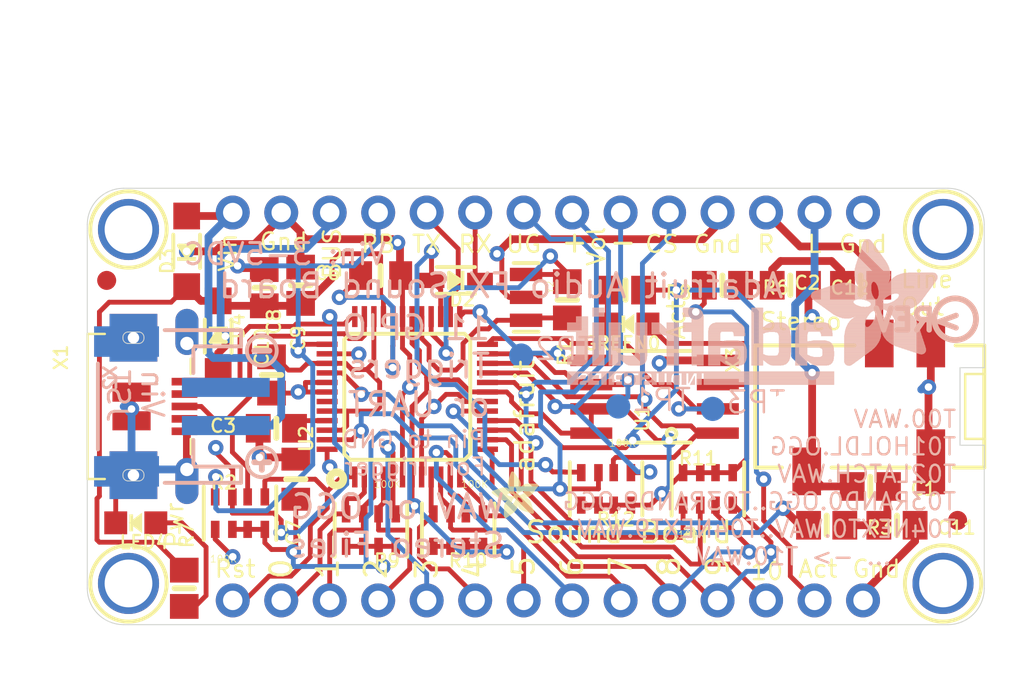
<source format=kicad_pcb>
(kicad_pcb (version 20211014) (generator pcbnew)
  (layers (0 "F.Cu" signal) (31 "B.Cu" signal) (34 "B.Paste" user) (35 "F.Paste" user) (36 "B.SilkS" user "B.Silkscreen") (37 "F.SilkS" user "F.Silkscreen") (38 "B.Mask" user) (39 "F.Mask" user) (44 "Edge.Cuts" user))
  (net 0 "")
  (net 1 "GND")
  (net 2 "D+")
  (net 3 "D-")
  (net 4 "SCK")
  (net 5 "CS")
  (net 6 "VHIGH")
  (net 7 "VIN")
  (net 8 "N$3")
  (net 9 "N$4")
  (net 10 "N$12")
  (net 11 "VDD")
  (net 12 "AVDD")
  (net 13 "LEFT")
  (net 14 "RIGHT")
  (net 15 "N$5")
  (net 16 "GPIO0_14")
  (net 17 "GPIO0_11")
  (net 18 "GPIO0_13")
  (net 19 "GPIO0_12")
  (net 20 "GPIO0_10")
  (net 21 "GPIO0_9")
  (net 22 "GPIO0_8")
  (net 23 "GPIO0_7")
  (net 24 "GPIO0_6")
  (net 25 "GPIO0_5")
  (net 26 "GPIO0_4")
  (net 27 "GPIO0_3")
  (net 28 "GPIO0_2")
  (net 29 "GPIO0_1")
  (net 30 "GPIO0_0")
  (net 31 "RX")
  (net 32 "TX")
  (net 33 "RX_5V")
  (net 34 "PWRBUTTON")
  (net 35 "RST")
  (net 36 "N$2")
  (net 37 "N$6")
  (net 38 "VBUS")
  (net 39 "L_AC")
  (net 40 "R_AC")
  (net 41 "N$1")
  (net 42 "N$8")
  (net 43 "MISO")
  (net 44 "MOSI")
  (footprint "boardEagle:SOIC8_208MIL" (layer "F.Cu") (at 154.7241 104.4956 90)
    (fp_text reference "U1")
    (fp_text value " MX25L1606")
  )
  (footprint "boardEagle:0805-NO" (layer "F.Cu") (at 136.1821 98.6536 -90)
    (fp_text reference "C9")
    (fp_text value "10uF")
  )
  (footprint "boardEagle:0805-NO" (layer "F.Cu") (at 161.8361 98.6536)
    (fp_text reference "C12")
    (fp_text value "4.7nF")
  )
  (footprint "boardEagle:RESPACK_4X0603" (layer "F.Cu") (at 133.0071 110.5916)
    (fp_text reference "R2")
    (fp_text value "100K")
  )
  (footprint "boardEagle:1X14-CB" (layer "F.Cu") (at 149.1361 94.8436)
    (fp_text reference "CONTROL0" hide)
    (fp_text value "Control Breakout" hide)
  )
  (footprint "boardEagle:SOD-123" (layer "F.Cu") (at 131.8641 101.3206 -90)
    (fp_text reference "D4")
    (fp_text value "MBR120")
  )
  (footprint "boardEagle:0805-NO" (layer "F.Cu") (at 153.2001 98.9076)
    (fp_text reference "R8")
    (fp_text value "470")
  )
  (footprint "boardEagle:0805-NO" (layer "F.Cu") (at 134.9121 106.1466 180)
    (fp_text reference "C3")
    (fp_text value "1uF")
  )
  (footprint "boardEagle:RESPACK_4X0603" (layer "F.Cu") (at 144.4371 111.4806 180)
    (fp_text reference "R10")
    (fp_text value "100K")
  )
  (footprint "boardEagle:FIDUCIAL_1MM" (layer "F.Cu") (at 170.5991 110.9726)
    (fp_text reference "FID1" hide)
    (fp_text value "FIDUCIAL\"\"" hide)
  )
  (footprint "boardEagle:0805-NO" (layer "F.Cu") (at 150.1521 99.4156 -90)
    (fp_text reference "R1")
    (fp_text value "1M")
  )
  (footprint "boardEagle:RESPACK_4X0603" (layer "F.Cu") (at 157.5181 109.3216)
    (fp_text reference "R11")
    (fp_text value "100K")
  )
  (footprint "boardEagle:ADAFRUIT_2.5MM" (layer "F.Cu") (at 148.6281 110.8456 90)
    (fp_text reference "U$11" hide)
    (fp_text value "" hide)
  )
  (footprint "boardEagle:LQFP48" (layer "F.Cu") (at 141.7701 104.4956 90)
    (fp_text reference "U2")
    (fp_text value "VS1000")
  )
  (footprint "boardEagle:0805-NO" (layer "F.Cu") (at 134.2771 98.7806 -90)
    (fp_text reference "C10")
    (fp_text value "1uF")
  )
  (footprint "boardEagle:0805-NO" (layer "F.Cu") (at 165.5191 98.6536 180)
    (fp_text reference "C2")
    (fp_text value "10uF")
  )
  (footprint "boardEagle:4UCONN_18510" (layer "F.Cu") (at 171.9961 105.0036 180)
    (fp_text reference "X3")
    (fp_text value "19621")
  )
  (footprint "boardEagle:0805-NO" (layer "F.Cu") (at 158.2801 98.6536)
    (fp_text reference "R6")
    (fp_text value "470")
  )
  (footprint "boardEagle:MOUNTINGHOLE_2.5_PLATED" (layer "F.Cu") (at 127.1651 114.2746)
    (fp_text reference "U$6" hide)
    (fp_text value "MOUNTINGHOLE2.5" hide)
  )
  (footprint "boardEagle:MOUNTINGHOLE_2.5_PLATED" (layer "F.Cu") (at 127.1651 95.7326)
    (fp_text reference "U$5" hide)
    (fp_text value "MOUNTINGHOLE2.5" hide)
  )
  (footprint "boardEagle:SOD-123" (layer "F.Cu") (at 130.2131 96.8756 90)
    (fp_text reference "D3")
    (fp_text value "MBR120")
  )
  (footprint "boardEagle:SOD-323" (layer "F.Cu") (at 144.3101 98.3996 180)
    (fp_text reference "D2")
    (fp_text value "1N4148")
  )
  (footprint "boardEagle:1X14-CB" (layer "F.Cu") (at 149.1361 115.1636 180)
    (fp_text reference "GPIO1" hide)
    (fp_text value "GPIO breakout" hide)
  )
  (footprint "boardEagle:0805-NO" (layer "F.Cu") (at 163.7411 111.2266)
    (fp_text reference "R3")
    (fp_text value "470")
  )
  (footprint "boardEagle:FIDUCIAL_1MM" (layer "F.Cu") (at 126.0221 98.3996)
    (fp_text reference "FID2" hide)
    (fp_text value "FIDUCIAL\"\"" hide)
  )
  (footprint "boardEagle:0805-NO" (layer "F.Cu") (at 134.6581 103.3526 90)
    (fp_text reference "C8")
    (fp_text value "10uF")
  )
  (footprint "boardEagle:RESPACK_4X0603" (layer "F.Cu") (at 139.8651 111.4806 180)
    (fp_text reference "R9")
    (fp_text value "100K")
  )
  (footprint "boardEagle:0805-NO" (layer "F.Cu") (at 167.4241 111.2266)
    (fp_text reference "C11")
    (fp_text value "4.7nF")
  )
  (footprint "boardEagle:0805-NO" (layer "F.Cu") (at 130.0861 114.5286 90)
    (fp_text reference "R7")
    (fp_text value "470")
  )
  (footprint "boardEagle:0805-NO" (layer "F.Cu") (at 166.0271 109.1946)
    (fp_text reference "C1")
    (fp_text value "10uF")
  )
  (footprint "boardEagle:CHIPLED_0805_NOOUTLINE" (layer "F.Cu") (at 153.3271 100.6856 90)
    (fp_text reference "GREEN0")
    (fp_text value "RED")
  )
  (footprint "boardEagle:MOUNTINGHOLE_2.5_PLATED" (layer "F.Cu") (at 169.8371 95.7326)
    (fp_text reference "U$7" hide)
    (fp_text value "MOUNTINGHOLE2.5" hide)
  )
  (footprint "boardEagle:RESPACK_4X0603" (layer "F.Cu") (at 152.1841 109.3216 180)
    (fp_text reference "R12")
    (fp_text value "100K")
  )
  (footprint "boardEagle:CHIPLED_0805_NOOUTLINE" (layer "F.Cu") (at 127.5461 111.0996 90)
    (fp_text reference "LED4")
    (fp_text value "Green")
  )
  (footprint "boardEagle:MOUNTINGHOLE_2.5_PLATED" (layer "F.Cu") (at 169.8371 114.2746)
    (fp_text reference "U$8" hide)
    (fp_text value "MOUNTINGHOLE2.5" hide)
  )
  (footprint "boardEagle:RESONATOR-SMD" (layer "F.Cu") (at 147.9931 99.2886 -90)
    (fp_text reference "Y2")
    (fp_text value "12MHz")
  )
  (footprint "boardEagle:4UCONN_20329" (layer "F.Cu") (at 129.3241 105.0036 -90)
    (fp_text reference "X1")
    (fp_text value "Micro B")
    (fp_line (start 3.3 2.2) (end 3.3 1.6) (layer "Edge.Cuts") (width 0.05))
    (fp_line (start -3.9 2.2) (end -3.9 1.6) (layer "Edge.Cuts") (width 0.05))
    (fp_line (start 3.9 1.6) (end 3.9 2.2) (layer "Edge.Cuts") (width 0.05))
    (fp_line (start -3.3 1.6) (end -3.3 2.2) (layer "Edge.Cuts") (width 0.05))
    (fp_arc (start -3.3 2.2) (mid -3.398223 2.387132) (end -3.6 2.45) (layer "Edge.Cuts") (width 0.05))
    (fp_arc (start 3.3 1.6) (mid 3.398223 1.412868) (end 3.6 1.35) (layer "Edge.Cuts") (width 0.05))
    (fp_arc (start 3.6 2.45) (mid 3.398223 2.387132) (end 3.3 2.2) (layer "Edge.Cuts") (width 0.05))
    (fp_arc (start 3.6 1.35) (mid 3.801777 1.412868) (end 3.9 1.6) (layer "Edge.Cuts") (width 0.05))
    (fp_arc (start -3.9 1.6) (mid -3.801777 1.412868) (end -3.6 1.35) (layer "Edge.Cuts") (width 0.05))
    (fp_arc (start -3.6 1.35) (mid -3.398223 1.412868) (end -3.3 1.6) (layer "Edge.Cuts") (width 0.05))
    (fp_arc (start 3.9 2.2) (mid 3.801777 2.387132) (end 3.6 2.45) (layer "Edge.Cuts") (width 0.05))
    (fp_arc (start -3.6 2.45) (mid -3.801777 2.387132) (end -3.9 2.2) (layer "Edge.Cuts") (width 0.05))
  )
  (footprint "boardEagle:0805_10MGAP" (layer "F.Cu") (at 135.9281 108.8136 -90)
    (fp_text reference "C7")
    (fp_text value "10uF")
  )
  (footprint "boardEagle:0805_10MGAP" (layer "F.Cu") (at 140.3731 98.1456 180)
    (fp_text reference "C6")
    (fp_text value "10uF")
  )
  (footprint "boardEagle:PCBFEAT-REV-056" (layer "B.Cu") (at 170.4721 100.4316 180)
    (fp_text reference "U$15" hide)
    (fp_text value "" hide)
  )
  (footprint "boardEagle:B1,27" (layer "B.Cu") (at 157.7721 105.1306 180)
    (fp_text reference "TP3")
    (fp_text value "TPB1,27")
  )
  (footprint "boardEagle:JSTPH2" (layer "B.Cu") (at 128.5621 105.0036 -90)
    (fp_text reference "X2")
    (fp_text value "JST_PH_2")
  )
  (footprint "boardEagle:B1,27" (layer "B.Cu") (at 152.8191 105.0036 180)
    (fp_text reference "TP1")
    (fp_text value "TPB1,27")
  )
  (footprint "boardEagle:SYMBOL_MINUS" (layer "B.Cu") (at 134.1501 102.0826 180)
    (fp_text reference "U$13" hide)
    (fp_text value "" hide)
  )
  (footprint "boardEagle:ADAFRUIT_TEXT_20MM" (layer "B.Cu") (at 169.7101 103.8606 180)
    (fp_text reference "U$14" hide)
    (fp_text value "" hide)
  )
  (footprint "boardEagle:B1,27" (layer "B.Cu") (at 147.7391 102.3366 180)
    (fp_text reference "TP2")
    (fp_text value "TPB1,27")
  )
  (footprint "boardEagle:SYMBOL_PLUS" (layer "B.Cu") (at 134.1501 107.9246 180)
    (fp_text reference "U$12" hide)
    (fp_text value "" hide)
  )
  (gr_arc (start 126.9111 116.4336) (mid 125.564062 115.875638) (end 125.0061 114.5286) (layer "Edge.Cuts") (width 0.05))
  (gr_arc (start 171.9961 114.5286) (mid 171.438138 115.875638) (end 170.0911 116.4336) (layer "Edge.Cuts") (width 0.05))
  (gr_line (start 170.7261 107.0356) (end 170.7261 102.9716) (layer "Edge.Cuts") (width 0.05))
  (gr_line (start 171.9961 114.5286) (end 171.9961 107.0356) (layer "Edge.Cuts") (width 0.05))
  (gr_line (start 171.9961 107.0356) (end 170.7261 107.0356) (layer "Edge.Cuts") (width 0.05))
  (gr_line (start 126.9111 116.4336) (end 170.0911 116.4336) (layer "Edge.Cuts") (width 0.05))
  (gr_line (start 170.7261 102.9716) (end 171.9961 102.9716) (layer "Edge.Cuts") (width 0.05))
  (gr_line (start 125.0061 95.4786) (end 125.0061 114.5286) (layer "Edge.Cuts") (width 0.05))
  (gr_arc (start 170.0911 93.5736) (mid 171.438138 94.131562) (end 171.9961 95.4786) (layer "Edge.Cuts") (width 0.05))
  (gr_line (start 170.0911 93.5736) (end 126.9111 93.5736) (layer "Edge.Cuts") (width 0.05))
  (gr_arc (start 125.0061 95.4786) (mid 125.564062 94.131562) (end 126.9111 93.5736) (layer "Edge.Cuts") (width 0.05))
  (gr_line (start 171.9961 102.9716) (end 171.9961 95.4786) (layer "Edge.Cuts") (width 0.05))
  (gr_text "Adafruit Audio FX Sound Board" (at 161.5821 99.4156) (layer "B.SilkS") (effects (font (size 1.251712 1.251712) (thickness 0.170688)) (justify left bottom mirror)))
  (gr_text "11 GPIO\nTriggers\nor UART" (at 146.2151 105.6386) (layer "B.SilkS") (effects (font (size 1.251712 1.251712) (thickness 0.170688)) (justify left bottom mirror)))
  (gr_text "WAV or OGG\nStereo Files" (at 146.9771 113.0046) (layer "B.SilkS") (effects (font (size 1.251712 1.251712) (thickness 0.170688)) (justify left bottom mirror)))
  (gr_text "Pin to GND\nFor Trigger" (at 145.9611 108.6866) (layer "B.SilkS") (effects (font (size 0.89408 0.89408) (thickness 0.12192)) (justify left bottom mirror)))
  (gr_text "Vin: 3-5VDC" (at 129.9591 96.3676) (layer "B.SilkS") (effects (font (size 1.1176 1.1176) (thickness 0.1524)) (justify right top mirror)))
  (gr_text "Vin\nJST" (at 129.0701 102.9716 -90) (layer "B.SilkS") (effects (font (size 1.1176 1.1176) (thickness 0.1524)) (justify right top mirror)))
  (gr_text "T00.WAV\nT01HOLDL.OGG\nT02LATCH.WAV\nT03RAND0.OGG..T03RAND9.OGG\nT04NEXT0.WAV..T04NEXT9.WAV\n     ... -> T10.WAV" (at 170.5991 113.3856) (layer "B.SilkS") (effects (font (size 0.89408 0.89408) (thickness 0.12192)) (justify left bottom mirror)))
  (gr_text "4" (at 145.3261 113.5126 90) (layer "F.SilkS") (effects (font (size 1.1176 1.1176) (thickness 0.1524))))
  (gr_text "1" (at 136.9441 112.8776 90) (layer "F.SilkS") (effects (font (size 1.1176 1.1176) (thickness 0.1524)) (justify right top)))
  (gr_text "Vin" (at 132.3721 95.8596 90) (layer "F.SilkS") (effects (font (size 0.89408 0.89408) (thickness 0.12192)) (justify right)))
  (gr_text "Pwr" (at 129.5781 112.4966 90) (layer "F.SilkS") (effects (font (size 0.89408 0.89408) (thickness 0.12192)) (justify left)))
  (gr_text "TX" (at 142.7861 96.4946) (layer "F.SilkS") (effects (font (size 0.89408 0.89408) (thickness 0.12192))))
  (gr_text "0" (at 135.1661 112.8776 90) (layer "F.SilkS") (effects (font (size 1.1176 1.1176) (thickness 0.1524)) (justify right)))
  (gr_text "UG" (at 147.8661 96.4946) (layer "F.SilkS") (effects (font (size 0.89408 0.89408) (thickness 0.12192))))
  (gr_text "CS" (at 155.1051 96.4946) (layer "F.SilkS") (effects (font (size 0.89408 0.89408) (thickness 0.12192))))
  (gr_text "Sound Board" (at 147.8661 112.2426) (layer "F.SilkS") (effects (font (size 1.1176 1.1176) (thickness 0.1524)) (justify left bottom)))
  (gr_text "9" (at 158.0261 114.0206 90) (layer "F.SilkS") (effects (font (size 1.1176 1.1176) (thickness 0.1524)) (justify left)))
  (gr_text "Vol" (at 151.6761 96.6216 90) (layer "F.SilkS") (effects (font (size 0.89408 0.89408) (thickness 0.12192))))
  (gr_text "BUS" (at 137.8331 97.0026 90) (layer "F.SilkS") (effects (font (size 0.89408 0.89408) (thickness 0.12192))))
  (gr_text "+" (at 150.5331 96.3676) (layer "F.SilkS") (effects (font (size 1.1176 1.1176) (thickness 0.1524))))
  (gr_text "10" (at 159.6771 113.6396) (layer "F.SilkS") (effects (font (size 0.89408 0.89408) (thickness 0.12192)) (justify left)))
  (gr_text "Rst" (at 133.8961 113.5126) (layer "F.SilkS") (effects (font (size 0.89408 0.89408) (thickness 0.12192)) (justify right)))
  (gr_text "Line\nOut" (at 167.5511 100.3046) (layer "F.SilkS") (effects (font (size 0.89408 0.89408) (thickness 0.12192)) (justify left bottom)))
  (gr_text "2" (at 140.1191 113.5126 90) (layer "F.SilkS") (effects (font (size 1.1176 1.1176) (thickness 0.1524))))
  (gr_text "-" (at 153.0731 96.3676) (layer "F.SilkS") (effects (font (size 1.1176 1.1176) (thickness 0.1524))))
  (gr_text "Act" (at 155.8671 101.5746 90) (layer "F.SilkS") (effects (font (size 0.89408 0.89408) (thickness 0.12192)) (justify left)))
  (gr_text "7" (at 152.9461 114.0206 90) (layer "F.SilkS") (effects (font (size 1.1176 1.1176) (thickness 0.1524)) (justify left)))
  (gr_text "L" (at 163.1061 96.4946) (layer "F.SilkS") (effects (font (size 0.89408 0.89408) (thickness 0.12192))))
  (gr_text "5" (at 147.8661 114.0206 90) (layer "F.SilkS") (effects (font (size 1.1176 1.1176) (thickness 0.1524)) (justify left)))
  (gr_text "Gnd" (at 135.2931 96.3676) (layer "F.SilkS") (effects (font (size 0.89408 0.89408) (thickness 0.12192))))
  (gr_text "Act" (at 164.3761 113.5126) (layer "F.SilkS") (effects (font (size 0.89408 0.89408) (thickness 0.12192)) (justify right)))
  (gr_text "PB" (at 140.2461 96.4946) (layer "F.SilkS") (effects (font (size 0.89408 0.89408) (thickness 0.12192))))
  (gr_text "R" (at 160.5661 96.4946) (layer "F.SilkS") (effects (font (size 0.89408 0.89408) (thickness 0.12192))))
  (gr_text "Gnd" (at 158.0261 96.4946) (layer "F.SilkS") (effects (font (size 0.89408 0.89408) (thickness 0.12192))))
  (gr_text "Gnd" (at 165.0111 113.5126) (layer "F.SilkS") (effects (font (size 0.89408 0.89408) (thickness 0.12192)) (justify left)))
  (gr_text "Stereo" (at 160.1851 101.0666) (layer "F.SilkS") (effects (font (size 0.89408 0.89408) (thickness 0.12192)) (justify left bottom)))
  (gr_text "6" (at 150.4061 114.0206 90) (layer "F.SilkS") (effects (font (size 1.1176 1.1176) (thickness 0.1524)) (justify left)))
  (gr_text "8" (at 155.4861 114.0206 90) (layer "F.SilkS") (effects (font (size 1.1176 1.1176) (thickness 0.1524)) (justify left)))
  (gr_text "3" (at 142.7861 113.5126 90) (layer "F.SilkS") (effects (font (size 1.1176 1.1176) (thickness 0.1524))))
  (gr_text "Gnd" (at 165.6461 96.4946) (layer "F.SilkS") (effects (font (size 0.89408 0.89408) (thickness 0.12192))))
  (gr_text "RX" (at 145.3261 96.4946) (layer "F.SilkS") (effects (font (size 0.89408 0.89408) (thickness 0.12192))))
  (gr_text "adafruit" (at 148.5011 108.5596 90) (layer "F.SilkS") (effects (font (size 1.00584 1.00584) (thickness 0.13716)) (justify left bottom)))
  (segment (start 162.7861 98.6536) (end 162.7861 100.1116) (width 0.4064) (layer "F.Cu") (net 1))
  (segment (start 135.8351 107.6706) (end 134.0231 107.6706) (width 0.4064) (layer "F.Cu") (net 1))
  (segment (start 158.0391 102.5906) (end 155.2321 102.5906) (width 0.4064) (layer "F.Cu") (net 1))
  (segment (start 144.8141 104.7456) (end 144.4371 104.3686) (width 0.254) (layer "F.Cu") (net 1))
  (segment (start 162.7861 100.1116) (end 162.9791 100.3046) (width 0.4064) (layer "F.Cu") (net 1))
  (segment (start 135.2931 94.9706) (end 133.7691 96.4946) (width 0.4064) (layer "F.Cu") (net 1))
  (segment (start 136.1821 95.9866) (end 136.1821 97.7036) (width 0.4064) (layer "F.Cu") (net 1))
  (segment (start 137.5701 108.0426) (end 137.7061 108.1786) (width 0.254) (layer "F.Cu") (net 1))
  (segment (start 132.1181 96.4946) (end 131.7371 96.8756) (width 0.4064) (layer "F.Cu") (net 1))
  (segment (start 133.9621 106.1466) (end 134.0231 106.2076) (width 0.4064) (layer "F.Cu") (net 1))
  (segment (start 141.5201 101.9516) (end 141.8971 102.3286) (width 0.254) (layer "F.Cu") (net 1))
  (segment (start 127.4241 108.6036) (end 126.4961 109.5316) (width 0.254) (layer "F.Cu") (net 1))
  (segment (start 158.0261 95.4786) (end 158.0261 94.8436) (width 0.4064) (layer "F.Cu") (net 1))
  (segment (start 169.1961 103.8666) (end 169.0751 103.9876) (width 0.4064) (layer "F.Cu") (net 1))
  (segment (start 142.5201 108.6956) (end 142.5201 105.6506) (width 0.254) (layer "F.Cu") (net 1))
  (segment (start 146.7231 98.9076) (end 146.7231 97.2566) (width 0.254) (layer "F.Cu") (net 1))
  (segment (start 136.1821 95.9866) (end 136.4361 96.2406) (width 0.4064) (layer "F.Cu") (net 1))
  (segment (start 147.1041 99.2886) (end 146.7231 98.9076) (width 0.254) (layer "F.Cu") (net 1))
  (segment (start 145.9701 104.7456) (end 144.8141 104.7456) (width 0.254) (layer "F.Cu") (net 1))
  (segment (start 143.8021 104.3686) (end 143.1671 105.0036) (width 0.254) (layer "F.Cu") (net 1))
  (segment (start 131.7071 111.4416) (end 131.7071 111.9586) (width 0.254) (layer "F.Cu") (net 1))
  (segment (start 131.7071 111.9586) (end 132.6261 112.8776) (width 0.254) (layer "F.Cu") (net 1))
  (segment (start 141.5201 98.2426) (end 141.4231 98.1456) (width 0.254) (layer "F.Cu") (net 1))
  (segment (start 136.0551 104.2416) (end 136.4361 104.2416) (width 0.254) (layer "F.Cu") (net 1))
  (segment (start 135.9281 107.7636) (end 135.8351 107.6706) (width 0.4064) (layer "F.Cu") (net 1))
  (segment (start 133.7691 96.4946) (end 132.1181 96.4946) (width 0.4064) (layer "F.Cu") (net 1))
  (segment (start 136.4401 104.2456) (end 136.4361 104.2416) (width 0.254) (layer "F.Cu") (net 1))
  (segment (start 141.8971 102.3286) (end 141.8971 103.9876) (width 0.254) (layer "F.Cu") (net 1))
  (segment (start 139.2153 102.2456) (end 139.2301 102.2604) (width 0.254) (layer "F.Cu") (net 1))
  (segment (start 137.5701 107.2456) (end 137.5701 108.0426) (width 0.254) (layer "F.Cu") (net 1))
  (segment (start 168.3741 112.0546) (end 165.6461 114.7826) (width 0.4064) (layer "F.Cu") (net 1))
  (segment (start 136.0551 104.2416) (end 135.9941 104.3026) (width 0.254) (layer "F.Cu") (net 1))
  (segment (start 130.2241 106.4286) (end 130.2241 108.3036) (width 0.4064) (layer "F.Cu") (net 1))
  (segment (start 135.2931 94.9706) (end 136.1821 95.8596) (width 0.4064) (layer "F.Cu") (net 1))
  (segment (start 141.3891 96.6216) (end 141.3891 98.1116) (width 0.4064) (layer "F.Cu") (net 1))
  (segment (start 141.5161 108.6916) (end 141.5201 108.6956) (width 0.254) (layer "F.Cu") (net 1))
  (segment (start 169.1961 101.7036) (end 169.1961 103.8666) (width 0.4064) (layer "F.Cu") (net 1))
  (segment (start 137.5701 104.2456) (end 136.4401 104.2456) (width 0.254) (layer "F.Cu") (net 1))
  (segment (start 137.5701 102.2456) (end 139.2153 102.2456) (width 0.254) (layer "F.Cu") (net 1))
  (segment (start 131.7371 96.8756) (end 130.2131 96.8756) (width 0.4064) (layer "F.Cu") (net 1))
  (segment (start 155.1051 102.5906) (end 154.9781 102.7176) (width 0.4064) (layer "F.Cu") (net 1))
  (segment (start 169.1961 107.9036) (end 169.0751 107.7826) (width 0.4064) (layer "F.Cu") (net 1))
  (segment (start 169.0751 107.7826) (end 169.0751 103.9876) (width 0.4064) (layer "F.Cu") (net 1))
  (segment (start 157.2641 96.2406) (end 158.0261 95.4786) (width 0.4064) (layer "F.Cu") (net 1))
  (segment (start 141.3891 98.1116) (end 141.4231 98.1456) (width 0.4064) (layer "F.Cu") (net 1))
  (segment (start 136.4361 104.2416) (end 136.4361 103.7456) (width 0.254) (layer "F.Cu") (net 1))
  (segment (start 155.2321 102.5906) (end 155.1051 102.5906) (width 0.254) (layer "F.Cu") (net 1))
  (segment (start 126.4961 109.5316) (end 126.4961 111.0996) (width 0.254) (layer "F.Cu") (net 1))
  (segment (start 135.9941 104.3026) (end 134.6581 104.3026) (width 0.254) (layer "F.Cu") (net 1))
  (segment (start 157.2641 96.2406) (end 147.2311 96.2406) (width 0.4064) (layer "F.Cu") (net 1))
  (segment (start 141.0081 96.2406) (end 141.3891 96.6216) (width 0.4064) (layer "F.Cu") (net 1))
  (segment (start 147.9931 99.2886) (end 147.1041 99.2886) (width 0.254) (layer "F.Cu") (net 1))
  (segment (start 137.5701 103.7456) (end 136.4361 103.7456) (width 0.254) (layer "F.Cu") (net 1))
  (segment (start 146.7231 97.2566) (end 146.4691 97.0026) (width 0.254) (layer "F.Cu") (net 1))
  (segment (start 141.5161 104.3686) (end 141.5161 108.6916) (width 0.254) (layer "F.Cu") (net 1))
  (segment (start 130.0991 106.3036) (end 130.2241 106.4286) (width 0.4064) (layer "F.Cu") (net 1))
  (segment (start 135.1661 94.8436) (end 135.2931 94.9706) (width 0.4064) (layer "F.Cu") (net 1))
  (segment (start 141.8971 103.9876) (end 141.5161 104.3686) (width 0.254) (layer "F.Cu") (net 1))
  (segment (start 141.5201 100.2956) (end 141.5201 101.9516) (width 0.254) (layer "F.Cu") (net 1))
  (segment (start 168.3741 111.2266) (end 168.3741 112.0546) (width 0.4064) (layer "F.Cu") (net 1))
  (segment (start 127.3241 105.136847) (end 127.3241 105.7536) (width 0.4064) (layer "F.Cu") (net 1))
  (segment (start 141.5201 100.2956) (end 141.5201 98.2426) (width 0.254) (layer "F.Cu") (net 1))
  (segment (start 144.4371 104.3686) (end 143.8021 104.3686) (width 0.254) (layer "F.Cu") (net 1))
  (segment (start 136.1821 95.8596) (end 136.1821 95.9866) (width 0.4064) (layer "F.Cu") (net 1))
  (segment (start 147.2311 96.2406) (end 146.4691 97.0026) (width 0.4064) (layer "F.Cu") (net 1))
  (segment (start 142.5201 105.6506) (end 143.1671 105.0036) (width 0.254) (layer "F.Cu") (net 1))
  (segment (start 127.3241 104.2536) (end 127.3241 105.136847) (width 0.4064) (layer "F.Cu") (net 1))
  (segment (start 134.0231 106.2076) (end 134.0231 107.6706) (width 0.4064) (layer "F.Cu") (net 1))
  (segment (start 136.4361 96.2406) (end 141.0081 96.2406) (width 0.4064) (layer "F.Cu") (net 1))
  (segment (start 165.6461 114.7826) (end 165.6461 115.1636) (width 0.4064) (layer "F.Cu") (net 1))
  (via (at 146.4691 97.0026) (size 0.8001) (drill 0.3937) (layers "F.Cu" "B.Cu") (net 1))
  (via (at 132.6261 112.8776) (size 0.8001) (drill 0.3937) (layers "F.Cu" "B.Cu") (net 1))
  (via (at 136.0551 104.2416) (size 0.8001) (drill 0.3937) (layers "F.Cu" "B.Cu") (net 1))
  (via (at 162.9791 100.3046) (size 0.8001) (drill 0.3937) (layers "F.Cu" "B.Cu") (net 1))
  (via (at 141.2621 96.4184) (size 0.8001) (drill 0.3937) (layers "F.Cu" "B.Cu") (net 1))
  (via (at 127.3241 105.136847) (size 0.8001) (drill 0.3937) (layers "F.Cu" "B.Cu") (net 1))
  (via (at 139.2301 102.2604) (size 0.8001) (drill 0.3937) (layers "F.Cu" "B.Cu") (net 1))
  (via (at 143.1671 105.0036) (size 0.8001) (drill 0.3937) (layers "F.Cu" "B.Cu") (net 1))
  (via (at 141.8971 103.9876) (size 0.8001) (drill 0.3937) (layers "F.Cu" "B.Cu") (net 1))
  (via (at 134.0231 107.6706) (size 0.8001) (drill 0.3937) (layers "F.Cu" "B.Cu") (net 1))
  (via (at 130.2131 96.8756) (size 0.8064) (drill 0.4) (layers "F.Cu" "B.Cu") (net 1))
  (via (at 169.0751 103.9876) (size 0.8001) (drill 0.3937) (layers "F.Cu" "B.Cu") (net 1))
  (via (at 154.9781 102.7176) (size 0.8001) (drill 0.3937) (layers "F.Cu" "B.Cu") (net 1))
  (via (at 137.7061 108.1786) (size 0.8001) (drill 0.3937) (layers "F.Cu" "B.Cu") (net 1))
  (segment (start 130.2131 96.8756) (end 130.0861 97.0026) (width 0.4064) (layer "B.Cu") (net 1))
  (segment (start 127.3241 105.136847) (end 127.044346 105.136847) (width 0.4064) (layer "B.Cu") (net 1))
  (segment (start 130.0861 97.0026) (end 130.0861 96.7486) (width 0.4064) (layer "B.Cu") (net 1))
  (segment (start 130.2241 108.3036) (end 127.9251 108.3036) (width 0.4064) (layer "B.Cu") (net 1))
  (segment (start 127.9251 108.3036) (end 127.3241 107.7026) (width 0.4064) (layer "B.Cu") (net 1))
  (segment (start 169.0751 103.9876) (end 168.8211 103.9876) (width 0.4064) (layer "B.Cu") (net 1))
  (segment (start 168.8211 103.9876) (end 168.6941 104.1146) (width 0.4064) (layer "B.Cu") (net 1))
  (segment (start 154.9781 102.7176) (end 154.9781 103.0986) (width 0.254) (layer "B.Cu") (net 1))
  (segment (start 127.3241 107.7026) (end 127.3241 105.136847) (width 0.4064) (layer "B.Cu") (net 1))
  (segment (start 139.3571 102.5906) (end 139.1031 102.5906) (width 0.254) (layer "B.Cu") (net 1))
  (segment (start 127.044346 105.136847) (end 126.9111 105.0036) (width 0.4064) (layer "B.Cu") (net 1))
  (segment (start 132.3721 105.6386) (end 131.6101 105.6386) (width 0.254) (layer "F.Cu") (net 2))
  (segment (start 136.1821 101.1936) (end 138.4681 101.1936) (width 0.254) (layer "F.Cu") (net 2))
  (segment (start 138.4681 101.1936) (end 138.7221 101.4476) (width 0.254) (layer "F.Cu") (net 2))
  (segment (start 139.3571 101.4476) (end 139.5201 101.2846) (width 0.254) (layer "F.Cu") (net 2))
  (segment (start 132.6071 105.8736) (end 132.6071 107.3976) (width 0.254) (layer "F.Cu") (net 2))
  (segment (start 132.6071 107.3976) (end 133.4071 108.1976) (width 0.254) (layer "F.Cu") (net 2))
  (segment (start 133.5151 101.5746) (end 133.7691 101.3206) (width 0.254) (layer "F.Cu") (net 2))
  (segment (start 133.5151 104.4956) (end 132.3721 105.6386) (width 0.254) (layer "F.Cu") (net 2))
  (segment (start 133.7691 101.3206) (end 136.0551 101.3206) (width 0.254) (layer "F.Cu") (net 2))
  (segment (start 136.0551 101.3206) (end 136.1821 101.1936) (width 0.254) (layer "F.Cu") (net 2))
  (segment (start 132.3721 105.6386) (end 132.6071 105.8736) (width 0.254) (layer "F.Cu") (net 2))
  (segment (start 139.5201 100.2956) (end 139.5201 101.2846) (width 0.254) (layer "F.Cu") (net 2))
  (segment (start 138.7221 101.4476) (end 139.3571 101.4476) (width 0.254) (layer "F.Cu") (net 2))
  (segment (start 130.9751 105.0036) (end 130.0991 105.0036) (width 0.254) (layer "F.Cu") (net 2))
  (segment (start 133.5151 101.5746) (end 133.5151 104.4956) (width 0.254) (layer "F.Cu") (net 2))
  (segment (start 133.4071 108.1976) (end 133.4071 109.7416) (width 0.254) (layer "F.Cu") (net 2))
  (segment (start 131.6101 105.6386) (end 130.9751 105.0036) (width 0.254) (layer "F.Cu") (net 2))
  (segment (start 133.0071 101.3206) (end 133.5151 100.8126) (width 0.254) (layer "F.Cu") (net 3))
  (segment (start 134.7851 110.5916) (end 135.1661 110.9726) (width 0.254) (layer "F.Cu") (net 3))
  (segment (start 132.6071 109.7416) (end 132.6071 110.5916) (width 0.254) (layer "F.Cu") (net 3))
  (segment (start 139.0201 100.2956) (end 138.8581 100.2956) (width 0.254) (layer "F.Cu") (net 3))
  (segment (start 133.0071 103.9876) (end 133.0071 101.3206) (width 0.254) (layer "F.Cu") (net 3))
  (segment (start 133.0071 103.9876) (end 132.6411 104.3536) (width 0.254) (layer "F.Cu") (net 3))
  (segment (start 137.7061 100.3046) (end 137.7061 100.6856) (width 0.254) (layer "F.Cu") (net 3))
  (segment (start 135.1661 110.9726) (end 135.1661 111.6076) (width 0.254) (layer "F.Cu") (net 3))
  (segment (start 130.0991 104.3536) (end 132.6411 104.3536) (width 0.254) (layer "F.Cu") (net 3))
  (segment (start 132.6261 109.7226) (end 132.6071 109.7416) (width 0.254) (layer "F.Cu") (net 3))
  (segment (start 135.8271 100.8126) (end 135.9541 100.6856) (width 0.254) (layer "F.Cu") (net 3))
  (segment (start 133.5151 100.8126) (end 135.8271 100.8126) (width 0.254) (layer "F.Cu") (net 3))
  (segment (start 131.7371 107.1626) (end 131.7371 107.4166) (width 0.254) (layer "F.Cu") (net 3))
  (segment (start 132.6071 110.5916) (end 134.7851 110.5916) (width 0.254) (layer "F.Cu") (net 3))
  (segment (start 135.9541 100.6856) (end 137.7061 100.6856) (width 0.254) (layer "F.Cu") (net 3))
  (segment (start 137.7061 100.6856) (end 137.8331 100.6856) (width 0.254) (layer "F.Cu") (net 3))
  (segment (start 132.6261 108.3056) (end 132.6261 109.7226) (width 0.254) (layer "F.Cu") (net 3))
  (segment (start 137.8331 100.6856) (end 138.4681 100.6856) (width 0.254) (layer "F.Cu") (net 3))
  (segment (start 131.7371 107.4166) (end 132.6261 108.3056) (width 0.254) (layer "F.Cu") (net 3))
  (segment (start 138.8581 100.2956) (end 138.4681 100.6856) (width 0.254) (layer "F.Cu") (net 3))
  (via (at 135.1661 111.6076) (size 0.8064) (drill 0.4) (layers "F.Cu" "B.Cu") (net 3))
  (via (at 131.7371 107.1626) (size 0.8001) (drill 0.3937) (layers "F.Cu" "B.Cu") (net 3))
  (via (at 137.7061 100.3046) (size 0.8064) (drill 0.4) (layers "F.Cu" "B.Cu") (net 3))
  (segment (start 135.1661 111.6076) (end 136.0551 111.6076) (width 0.254) (layer "B.Cu") (net 3))
  (segment (start 136.0551 111.6076) (end 138.5951 109.0676) (width 0.254) (layer "B.Cu") (net 3))
  (segment (start 138.5951 107.5436) (end 137.9601 106.9086) (width 0.254) (layer "B.Cu") (net 3))
  (segment (start 137.9601 106.9086) (end 137.9601 100.5586) (width 0.254) (layer "B.Cu") (net 3))
  (segment (start 137.9601 100.5586) (end 137.7061 100.3046) (width 0.254) (layer "B.Cu") (net 3))
  (segment (start 138.5951 109.0676) (end 138.5951 107.5436) (width 0.254) (layer "B.Cu") (net 3))
  (segment (start 149.5171 103.2256) (end 150.0251 103.2256) (width 0.254) (layer "F.Cu") (net 4))
  (segment (start 150.6601 103.8606) (end 151.4091 103.8606) (width 0.254) (layer "F.Cu") (net 4))
  (segment (start 153.3271 103.6066) (end 153.0731 103.8606) (width 0.254) (layer "F.Cu") (net 4))
  (segment (start 148.5371 102.2456) (end 149.5171 103.2256) (width 0.254) (layer "F.Cu") (net 4))
  (segment (start 153.0731 103.8606) (end 151.4091 103.8606) (width 0.254) (layer "F.Cu") (net 4))
  (segment (start 145.9701 102.2456) (end 148.5371 102.2456) (width 0.254) (layer "F.Cu") (net 4))
  (segment (start 150.0251 103.2256) (end 150.6601 103.8606) (width 0.254) (layer "F.Cu") (net 4))
  (via (at 153.3271 103.6066) (size 0.8001) (drill 0.3937) (layers "F.Cu" "B.Cu") (net 4))
  (segment (start 153.3271 104.4956) (end 153.3271 103.6066) (width 0.254) (layer "B.Cu") (net 4))
  (segment (start 152.8191 105.0036) (end 153.3271 104.4956) (width 0.254) (layer "B.Cu") (net 4))
  (segment (start 152.5651 107.7976) (end 152.5651 108.4526) (width 0.254) (layer "F.Cu") (net 5))
  (segment (start 155.1051 106.0196) (end 154.2161 105.1306) (width 0.254) (layer "F.Cu") (net 5))
  (segment (start 154.2161 104.6226) (end 154.2161 104.4956) (width 0.254) (layer "F.Cu") (net 5))
  (segment (start 155.7401 107.6706) (end 152.6921 107.6706) (width 0.254) (layer "F.Cu") (net 5))
  (segment (start 155.7401 107.6706) (end 157.0101 106.4006) (width 0.254) (layer "F.Cu") (net 5))
  (segment (start 156.6291 106.0196) (end 155.1051 106.0196) (width 0.254) (layer "F.Cu") (net 5))
  (segment (start 148.2751 102.7456) (end 149.2631 103.7336) (width 0.254) (layer "F.Cu") (net 5))
  (segment (start 145.9701 102.7456) (end 148.2751 102.7456) (width 0.254) (layer "F.Cu") (net 5))
  (segment (start 154.2161 105.1306) (end 154.2161 104.6226) (width 0.254) (layer "F.Cu") (net 5))
  (segment (start 157.0101 106.4006) (end 156.6291 106.0196) (width 0.254) (layer "F.Cu") (net 5))
  (segment (start 158.1661 106.4006) (end 158.0391 106.4006) (width 0.254) (layer "F.Cu") (net 5))
  (segment (start 149.3901 103.7336) (end 150.1521 104.4956) (width 0.254) (layer "F.Cu") (net 5))
  (segment (start 152.5651 108.4526) (end 152.5841 108.4716) (width 0.254) (layer "F.Cu") (net 5))
  (segment (start 150.1521 104.4956) (end 154.2161 104.4956) (width 0.254) (layer "F.Cu") (net 5))
  (segment (start 152.6921 107.6706) (end 152.5651 107.7976) (width 0.254) (layer "F.Cu") (net 5))
  (segment (start 157.0101 106.4006) (end 158.0391 106.4006) (width 0.254) (layer "F.Cu") (net 5))
  (segment (start 149.2631 103.7336) (end 149.3901 103.7336) (width 0.254) (layer "F.Cu") (net 5))
  (via (at 154.2161 104.6226) (size 0.8001) (drill 0.3937) (layers "F.Cu" "B.Cu") (net 5))
  (segment (start 155.4861 96.1136) (end 155.4861 94.8436) (width 0.254) (layer "B.Cu") (net 5))
  (segment (start 154.0891 97.5106) (end 155.4861 96.1136) (width 0.254) (layer "B.Cu") (net 5))
  (segment (start 154.0891 104.4956) (end 154.2161 104.6226) (width 0.254) (layer "B.Cu") (net 5))
  (segment (start 154.0891 97.5106) (end 154.0891 104.4956) (width 0.254) (layer "B.Cu") (net 5))
  (segment (start 136.0551 99.7306) (end 136.1821 99.6036) (width 0.4064) (layer "F.Cu") (net 6))
  (segment (start 125.6411 100.0506) (end 125.6411 109.7026) (width 0.254) (layer "F.Cu") (net 6))
  (segment (start 130.2131 98.7256) (end 130.9581 99.4706) (width 0.4064) (layer "F.Cu") (net 6))
  (segment (start 129.3961 99.5426) (end 126.1491 99.5426) (width 0.254) (layer "F.Cu") (net 6))
  (segment (start 125.6411 112.1156) (end 128.6231 112.1156) (width 0.254) (layer "F.Cu") (net 6))
  (segment (start 137.8331 98.2726) (end 136.5021 99.6036) (width 0.4064) (layer "F.Cu") (net 6))
  (segment (start 125.5141 109.8296) (end 125.5141 111.9886) (width 0.254) (layer "F.Cu") (net 6))
  (segment (start 137.8331 97.3836) (end 137.8331 98.2726) (width 0.254) (layer "F.Cu") (net 6))
  (segment (start 131.8641 99.4706) (end 132.1241 99.7306) (width 0.4064) (layer "F.Cu") (net 6))
  (segment (start 136.4361 99.5426) (end 136.4361 99.6036) (width 0.254) (layer "F.Cu") (net 6))
  (segment (start 136.2431 99.5426) (end 136.1821 99.6036) (width 0.254) (layer "F.Cu") (net 6))
  (segment (start 136.3751 99.6036) (end 136.1821 99.6036) (width 0.4064) (layer "F.Cu") (net 6))
  (segment (start 130.9581 99.4706) (end 131.8641 99.4706) (width 0.4064) (layer "F.Cu") (net 6))
  (segment (start 126.1491 99.5426) (end 125.6411 100.0506) (width 0.254) (layer "F.Cu") (net 6))
  (segment (start 140.3731 99.1616) (end 140.3731 97.1296) (width 0.254) (layer "F.Cu") (net 6))
  (segment (start 140.2461 97.0026) (end 138.2141 97.0026) (width 0.254) (layer "F.Cu") (net 6))
  (segment (start 140.3731 97.1296) (end 140.2461 97.0026) (width 0.254) (layer "F.Cu") (net 6))
  (segment (start 136.4361 99.5426) (end 136.3751 99.6036) (width 0.4064) (layer "F.Cu") (net 6))
  (segment (start 125.6411 109.7026) (end 125.5141 109.8296) (width 0.254) (layer "F.Cu") (net 6))
  (segment (start 132.1241 99.7306) (end 134.2771 99.7306) (width 0.4064) (layer "F.Cu") (net 6))
  (segment (start 125.5141 111.9886) (end 125.6411 112.1156) (width 0.254) (layer "F.Cu") (net 6))
  (segment (start 140.5201 100.2956) (end 140.5201 99.3086) (width 0.254) (layer "F.Cu") (net 6))
  (segment (start 138.2141 97.0026) (end 137.8331 97.3836) (width 0.254) (layer "F.Cu") (net 6))
  (segment (start 134.2771 99.7306) (end 136.0551 99.7306) (width 0.4064) (layer "F.Cu") (net 6))
  (segment (start 136.5021 99.6036) (end 136.1821 99.6036) (width 0.4064) (layer "F.Cu") (net 6))
  (segment (start 140.5201 99.3086) (end 140.3731 99.1616) (width 0.254) (layer "F.Cu") (net 6))
  (segment (start 128.6231 112.1156) (end 130.0861 113.5786) (width 0.254) (layer "F.Cu") (net 6))
  (segment (start 130.2131 98.7256) (end 129.3961 99.5426) (width 0.254) (layer "F.Cu") (net 6))
  (segment (start 132.6261 94.8436) (end 132.4441 95.0256) (width 0.4064) (layer "F.Cu") (net 7))
  (segment (start 132.4441 95.0256) (end 130.2131 95.0256) (width 0.4064) (layer "F.Cu") (net 7))
  (segment (start 132.2621 106.0036) (end 134.6741 106.0036) (width 0.4064) (layer "B.Cu") (net 7))
  (segment (start 131.3561 96.1136) (end 132.6261 94.8436) (width 0.4064) (layer "B.Cu") (net 7))
  (segment (start 135.1661 103.0986) (end 134.5311 102.4636) (width 0.4064) (layer "B.Cu") (net 7))
  (segment (start 135.1661 105.5116) (end 135.1661 103.0986) (width 0.4064) (layer "B.Cu") (net 7))
  (segment (start 131.6101 102.4636) (end 131.3561 102.2096) (width 0.4064) (layer "B.Cu") (net 7))
  (segment (start 131.3561 102.2096) (end 131.3561 96.1136) (width 0.4064) (layer "B.Cu") (net 7))
  (segment (start 134.5311 102.4636) (end 131.6101 102.4636) (width 0.4064) (layer "B.Cu") (net 7))
  (segment (start 134.6741 106.0036) (end 135.1661 105.5116) (width 0.4064) (layer "B.Cu") (net 7))
  (segment (start 137.5701 105.7456) (end 136.2631 105.7456) (width 0.254) (layer "F.Cu") (net 8))
  (segment (start 136.2631 105.7456) (end 135.8621 106.1466) (width 0.254) (layer "F.Cu") (net 8))
  (segment (start 142.5321 101.4476) (end 142.5321 100.3076) (width 0.254) (layer "F.Cu") (net 9))
  (segment (start 144.3101 103.0986) (end 144.6911 102.7176) (width 0.254) (layer "F.Cu") (net 9))
  (segment (start 142.9131 101.8286) (end 142.5321 101.4476) (width 0.254) (layer "F.Cu") (net 9))
  (segment (start 145.4531 100.9396) (end 146.0221 100.9396) (width 0.254) (layer "F.Cu") (net 9))
  (segment (start 144.6911 101.7016) (end 145.4531 100.9396) (width 0.254) (layer "F.Cu") (net 9))
  (segment (start 142.9131 101.8286) (end 142.9131 102.5906) (width 0.254) (layer "F.Cu") (net 9))
  (segment (start 146.4731 100.4886) (end 147.9931 100.4886) (width 0.254) (layer "F.Cu") (net 9))
  (segment (start 148.1161 100.3656) (end 150.1521 100.3656) (width 0.254) (layer "F.Cu") (net 9))
  (segment (start 143.4211 103.0986) (end 144.3101 103.0986) (width 0.254) (layer "F.Cu") (net 9))
  (segment (start 142.9131 102.5906) (end 143.4211 103.0986) (width 0.254) (layer "F.Cu") (net 9))
  (segment (start 147.9931 100.4886) (end 148.1161 100.3656) (width 0.254) (layer "F.Cu") (net 9))
  (segment (start 142.5321 100.3076) (end 142.5201 100.2956) (width 0.254) (layer "F.Cu") (net 9))
  (segment (start 146.0221 100.9396) (end 146.4731 100.4886) (width 0.254) (layer "F.Cu") (net 9))
  (segment (start 144.6911 102.7176) (end 144.6911 101.7016) (width 0.254) (layer "F.Cu") (net 9))
  (segment (start 150.1521 98.0186) (end 149.2631 97.1296) (width 0.254) (layer "F.Cu") (net 10))
  (segment (start 143.8021 101.9556) (end 143.8021 102.2096) (width 0.254) (layer "F.Cu") (net 10))
  (segment (start 143.0201 101.1736) (end 143.8021 101.9556) (width 0.254) (layer "F.Cu") (net 10))
  (segment (start 147.9931 98.0886) (end 149.7751 98.0886) (width 0.254) (layer "F.Cu") (net 10))
  (segment (start 143.0201 100.2956) (end 143.0201 101.1736) (width 0.254) (layer "F.Cu") (net 10))
  (segment (start 149.7751 98.0886) (end 150.1521 98.4656) (width 0.254) (layer "F.Cu") (net 10))
  (segment (start 150.1521 98.0186) (end 150.1521 98.4656) (width 0.254) (layer "F.Cu") (net 10))
  (via (at 149.2631 97.1296) (size 0.8001) (drill 0.3937) (layers "F.Cu" "B.Cu") (net 10))
  (via (at 143.8021 102.2096) (size 0.8001) (drill 0.3937) (layers "F.Cu" "B.Cu") (net 10))
  (segment (start 144.3101 98.7806) (end 147.6121 98.7806) (width 0.254) (layer "B.Cu") (net 10))
  (segment (start 147.6121 98.7806) (end 149.2631 97.1296) (width 0.254) (layer "B.Cu") (net 10))
  (segment (start 143.8021 102.2096) (end 143.8021 99.2886) (width 0.254) (layer "B.Cu") (net 10))
  (segment (start 143.8021 99.2886) (end 144.3101 98.7806) (width 0.254) (layer "B.Cu") (net 10))
  (segment (start 135.8011 112.6236) (end 135.9281 112.4966) (width 0.254) (layer "F.Cu") (net 11))
  (segment (start 151.7841 110.1716) (end 152.5841 110.1716) (width 0.254) (layer "F.Cu") (net 11))
  (segment (start 142.0241 108.3096) (end 142.0241 108.1826) (width 0.254) (layer "F.Cu") (net 11))
  (segment (start 142.4051 102.0826) (end 142.4051 102.9716) (width 0.254) (layer "F.Cu") (net 11))
  (segment (start 142.0201 108.1786) (end 142.0201 108.6956) (width 0.254) (layer "F.Cu") (net 11))
  (segment (start 134.6581 112.4966) (end 135.6741 112.4966) (width 0.254) (layer "F.Cu") (net 11))
  (segment (start 142.4051 102.9716) (end 142.7861 103.3526) (width 0.254) (layer "F.Cu") (net 11))
  (segment (start 142.9131 103.6066) (end 142.7861 103.4796) (width 0.254) (layer "F.Cu") (net 11))
  (segment (start 147.2311 104.7496) (end 147.8661 105.3846) (width 0.254) (layer "F.Cu") (net 11))
  (segment (start 156.2091 108.4716) (end 155.1051 109.5756) (width 0.254) (layer "F.Cu") (net 11))
  (segment (start 155.3931 101.7016) (end 159.4231 101.7016) (width 0.254) (layer "F.Cu") (net 11))
  (segment (start 150.8841 110.1716) (end 151.7841 110.1716) (width 0.254) (layer "F.Cu") (net 11))
  (segment (start 143.1371 112.3306) (end 144.0371 112.3306) (width 0.254) (layer "F.Cu") (net 11))
  (segment (start 159.5501 101.8286) (end 159.5501 103.8606) (width 0.254) (layer "F.Cu") (net 11))
  (segment (start 146.9811 104.2456) (end 145.9701 104.2456) (width 0.254) (layer "F.Cu") (net 11))
  (segment (start 152.5841 110.1716) (end 153.4841 110.1716) (width 0.254) (layer "F.Cu") (net 11))
  (segment (start 147.2311 104.4956) (end 147.2311 104.7496) (width 0.254) (layer "F.Cu") (net 11))
  (segment (start 140.2651 113.1506) (end 140.5001 113.3856) (width 0.254) (layer "F.Cu") (net 11))
  (segment (start 144.8371 112.3306) (end 145.7371 112.3306) (width 0.254) (layer "F.Cu") (net 11))
  (segment (start 148.8161 105.3846) (end 149.8321 106.4006) (width 0.254) (layer "F.Cu") (net 11))
  (segment (start 142.0201 105.0076) (end 142.7861 104.2416) (width 0.254) (layer "F.Cu") (net 11))
  (segment (start 142.0241 108.3096) (end 142.0201 108.3056) (width 0.254) (layer "F.Cu") (net 11))
  (segment (start 149.8321 106.4006) (end 151.4091 106.4006) (width 0.254) (layer "F.Cu") (net 11))
  (segment (start 144.4371 103.6066) (end 142.9131 103.6066) (width 0.254) (layer "F.Cu") (net 11))
  (segment (start 132.6071 111.4416) (end 133.4071 111.4416) (width 0.254) (layer "F.Cu") (net 11))
  (segment (start 145.9661 104.2416) (end 145.9701 104.2456) (width 0.254) (layer "F.Cu") (net 11))
  (segment (start 140.2651 112.3306) (end 141.1651 112.3306) (width 0.254) (layer "F.Cu") (net 11))
  (segment (start 154.8511 106.7816) (end 155.4861 106.7816) (width 0.254) (layer "F.Cu") (net 11))
  (segment (start 142.0201 108.6956) (end 142.0201 110.0796) (width 0.254) (layer "F.Cu") (net 11))
  (segment (start 135.9281 112.4966) (end 135.9281 109.8636) (width 0.254) (layer "F.Cu") (net 11))
  (segment (start 146.6841 112.3306) (end 146.9771 112.6236) (width 0.254) (layer "F.Cu") (net 11))
  (segment (start 151.4091 105.1306) (end 153.2001 105.1306) (width 0.254) (layer "F.Cu") (net 11))
  (segment (start 134.3071 111.4416) (end 134.3071 112.1456) (width 0.254) (layer "F.Cu") (net 11))
  (segment (start 142.0201 105.0076) (end 142.0201 108.1786) (width 0.254) (layer "F.Cu") (net 11))
  (segment (start 139.4651 112.3306) (end 140.2651 112.3306) (width 0.254) (layer "F.Cu") (net 11))
  (segment (start 156.2181 108.4716) (end 157.1181 108.4716) (width 0.254) (layer "F.Cu") (net 11))
  (segment (start 157.1181 108.4716) (end 157.9181 108.4716) (width 0.254) (layer "F.Cu") (net 11))
  (segment (start 153.2001 105.1306) (end 154.8511 106.7816) (width 0.254) (layer "F.Cu") (net 11))
  (segment (start 134.3071 112.1456) (end 134.6581 112.4966) (width 0.254) (layer "F.Cu") (net 11))
  (segment (start 142.0241 108.1826) (end 142.0201 108.1786) (width 0.254) (layer "F.Cu") (net 11))
  (segment (start 142.1511 110.2106) (end 142.0241 110.0836) (width 0.254) (layer "F.Cu") (net 11))
  (segment (start 157.9181 108.4716) (end 158.8181 108.4716) (width 0.254) (layer "F.Cu") (net 11))
  (segment (start 145.0721 104.2416) (end 144.4371 103.6066) (width 0.254) (layer "F.Cu") (net 11))
  (segment (start 144.0371 112.3306) (end 144.8371 112.3306) (width 0.254) (layer "F.Cu") (net 11))
  (segment (start 133.4071 111.4416) (end 134.3071 111.4416) (width 0.254) (layer "F.Cu") (net 11))
  (segment (start 159.5501 103.8606) (end 159.5501 107.7396) (width 0.254) (layer "F.Cu") (net 11))
  (segment (start 142.0201 110.0796) (end 142.1511 110.2106) (width 0.254) (layer "F.Cu") (net 11))
  (segment (start 142.0201 101.6976) (end 142.4051 102.0826) (width 0.254) (layer "F.Cu") (net 11))
  (segment (start 146.9811 104.2456) (end 147.2311 104.4956) (width 0.254) (layer "F.Cu") (net 11))
  (segment (start 153.4841 110.1716) (end 154.5091 110.1716) (width 0.254) (layer "F.Cu") (net 11))
  (segment (start 138.5651 112.3306) (end 139.4651 112.3306) (width 0.254) (layer "F.Cu") (net 11))
  (segment (start 140.2651 112.3306) (end 140.2651 113.1506) (width 0.254) (layer "F.Cu") (net 11))
  (segment (start 154.3771 100.6856) (end 155.3931 101.7016) (width 0.254) (layer "F.Cu") (net 11))
  (segment (start 159.5501 107.7396) (end 158.8181 108.4716) (width 0.254) (layer "F.Cu") (net 11))
  (segment (start 158.0391 103.8606) (end 159.5501 103.8606) (width 0.254) (layer "F.Cu") (net 11))
  (segment (start 151.4091 106.4006) (end 151.4091 105.1306) (width 0.254) (layer "F.Cu") (net 11))
  (segment (start 142.7861 103.3526) (end 142.7861 103.4796) (width 0.254) (layer "F.Cu") (net 11))
  (segment (start 142.7861 103.4796) (end 142.7861 104.2416) (width 0.254) (layer "F.Cu") (net 11))
  (segment (start 159.4231 101.7016) (end 159.5501 101.8286) (width 0.254) (layer "F.Cu") (net 11))
  (segment (start 135.6741 112.4966) (end 135.8011 112.6236) (width 0.254) (layer "F.Cu") (net 11))
  (segment (start 151.5361 106.4006) (end 151.4091 106.4006) (width 0.254) (layer "F.Cu") (net 11))
  (segment (start 142.0201 100.2956) (end 142.0201 101.6976) (width 0.254) (layer "F.Cu") (net 11))
  (segment (start 154.5091 110.1716) (end 155.1051 109.5756) (width 0.254) (layer "F.Cu") (net 11))
  (segment (start 145.7371 112.3306) (end 146.6841 112.3306) (width 0.254) (layer "F.Cu") (net 11))
  (segment (start 145.0721 104.2416) (end 145.9661 104.2416) (width 0.254) (layer "F.Cu") (net 11))
  (segment (start 147.8661 105.3846) (end 148.8161 105.3846) (width 0.254) (layer "F.Cu") (net 11))
  (segment (start 156.2181 108.4716) (end 156.2091 108.4716) (width 0.254) (layer "F.Cu") (net 11))
  (via (at 155.4861 106.7816) (size 0.8001) (drill 0.3937) (layers "F.Cu" "B.Cu") (net 11))
  (via (at 146.9771 112.6236) (size 0.8001) (drill 0.3937) (layers "F.Cu" "B.Cu") (net 11))
  (via (at 142.1511 110.2106) (size 0.8001) (drill 0.3937) (layers "F.Cu" "B.Cu") (net 11))
  (via (at 135.8011 112.6236) (size 0.8001) (drill 0.3937) (layers "F.Cu" "B.Cu") (net 11))
  (via (at 140.5001 113.3856) (size 0.8001) (drill 0.3937) (layers "F.Cu" "B.Cu") (net 11))
  (via (at 155.1051 109.5756) (size 0.8001) (drill 0.3937) (layers "F.Cu" "B.Cu") (net 11))
  (segment (start 139.6111 110.8456) (end 139.6111 113.3856) (width 0.254) (layer "B.Cu") (net 11))
  (segment (start 155.4861 106.7816) (end 155.4861 109.1946) (width 0.254) (layer "B.Cu") (net 11))
  (segment (start 139.8651 110.5916) (end 139.6111 110.8456) (width 0.254) (layer "B.Cu") (net 11))
  (segment (start 135.8011 113.3856) (end 135.8011 112.6236) (width 0.254) (layer "B.Cu") (net 11))
  (segment (start 141.8971 107.1626) (end 141.1351 106.4006) (width 0.254) (layer "B.Cu") (net 11))
  (segment (start 141.8971 109.9566) (end 141.8971 107.1626) (width 0.254) (layer "B.Cu") (net 11))
  (segment (start 141.1351 106.4006) (end 140.3731 106.4006) (width 0.254) (layer "B.Cu") (net 11))
  (segment (start 140.5001 113.3856) (end 139.6111 113.3856) (width 0.254) (layer "B.Cu") (net 11))
  (segment (start 140.3731 106.4006) (end 139.8651 106.9086) (width 0.254) (layer "B.Cu") (net 11))
  (segment (start 139.6111 113.3856) (end 135.8011 113.3856) (width 0.254) (layer "B.Cu") (net 11))
  (segment (start 139.8651 106.9086) (end 139.8651 110.5916) (width 0.254) (layer "B.Cu") (net 11))
  (segment (start 144.5641 112.6236) (end 142.1511 110.2106) (width 0.254) (layer "B.Cu") (net 11))
  (segment (start 155.4861 109.1946) (end 155.1051 109.5756) (width 0.254) (layer "B.Cu") (net 11))
  (segment (start 146.9771 112.6236) (end 144.5641 112.6236) (width 0.254) (layer "B.Cu") (net 11))
  (segment (start 142.1511 110.2106) (end 141.8971 109.9566) (width 0.254) (layer "B.Cu") (net 11))
  (segment (start 138.5951 105.2456) (end 140.1311 105.2456) (width 0.254) (layer "F.Cu") (net 12))
  (segment (start 138.3691 106.2456) (end 138.5951 106.0196) (width 0.254) (layer "F.Cu") (net 12))
  (segment (start 139.6492 103.0605) (end 139.6238 103.0605) (width 0.254) (layer "F.Cu") (net 12))
  (segment (start 140.3223 105.0544) (end 140.3223 103.7336) (width 0.254) (layer "F.Cu") (net 12))
  (segment (start 140.1311 105.2456) (end 140.3223 105.0544) (width 0.254) (layer "F.Cu") (net 12))
  (segment (start 140.0201 102.6896) (end 139.6492 103.0605) (width 0.254) (layer "F.Cu") (net 12))
  (segment (start 140.3223 103.7336) (end 139.6492 103.0605) (width 0.254) (layer "F.Cu") (net 12))
  (segment (start 136.1821 103.0986) (end 136.5351 102.7456) (width 0.254) (layer "F.Cu") (net 12))
  (segment (start 137.5701 102.7456) (end 138.5469 102.7456) (width 0.254) (layer "F.Cu") (net 12))
  (segment (start 138.5951 106.0196) (end 138.5951 105.2456) (width 0.254) (layer "F.Cu") (net 12))
  (segment (start 134.8511 102.4026) (end 134.6581 102.4026) (width 0.254) (layer "F.Cu") (net 12))
  (segment (start 134.8511 102.4026) (end 135.5471 103.0986) (width 0.254) (layer "F.Cu") (net 12))
  (segment (start 136.5351 102.7456) (end 137.5701 102.7456) (width 0.254) (layer "F.Cu") (net 12))
  (segment (start 139.6238 103.0605) (end 139.6111 103.0732) (width 0.254) (layer "F.Cu") (net 12))
  (segment (start 137.5701 106.2456) (end 138.3691 106.2456) (width 0.254) (layer "F.Cu") (net 12))
  (segment (start 135.5471 103.0986) (end 136.1821 103.0986) (width 0.254) (layer "F.Cu") (net 12))
  (segment (start 138.8745 103.0732) (end 139.6111 103.0732) (width 0.254) (layer "F.Cu") (net 12))
  (segment (start 140.0201 100.2956) (end 140.0201 102.6896) (width 0.254) (layer "F.Cu") (net 12))
  (segment (start 137.5701 105.2456) (end 138.5951 105.2456) (width 0.254) (layer "F.Cu") (net 12))
  (segment (start 138.5469 102.7456) (end 138.8745 103.0732) (width 0.254) (layer "F.Cu") (net 12))
  (segment (start 162.7911 111.2266) (end 162.3441 111.2266) (width 0.4064) (layer "F.Cu") (net 13))
  (segment (start 137.5701 106.7456) (end 138.8851 106.7456) (width 0.254) (layer "F.Cu") (net 13))
  (segment (start 162.3441 111.2266) (end 161.4551 110.3376) (width 0.4064) (layer "F.Cu") (net 13))
  (segment (start 138.8851 106.7456) (end 139.3571 106.2736) (width 0.254) (layer "F.Cu") (net 13))
  (via (at 161.4551 110.3376) (size 0.8001) (drill 0.3937) (layers "F.Cu" "B.Cu") (net 13))
  (via (at 139.3571 106.2736) (size 0.8001) (drill 0.3937) (layers "F.Cu" "B.Cu") (net 13))
  (segment (start 147.8661 111.6076) (end 160.1851 111.6076) (width 0.254) (layer "B.Cu") (net 13))
  (segment (start 144.3101 107.0356) (end 144.3101 108.0516) (width 0.254) (layer "B.Cu") (net 13))
  (segment (start 147.8661 111.6076) (end 144.3101 108.0516) (width 0.254) (layer "B.Cu") (net 13))
  (segment (start 141.0081 105.3846) (end 142.2781 106.6546) (width 0.254) (layer "B.Cu") (net 13))
  (segment (start 139.3571 105.3846) (end 141.0081 105.3846) (width 0.254) (layer "B.Cu") (net 13))
  (segment (start 143.9291 106.6546) (end 144.3101 107.0356) (width 0.254) (layer "B.Cu") (net 13))
  (segment (start 160.1851 111.6076) (end 161.4551 110.3376) (width 0.254) (layer "B.Cu") (net 13))
  (segment (start 139.3571 106.2736) (end 139.3571 105.3846) (width 0.254) (layer "B.Cu") (net 13))
  (segment (start 142.2781 106.6546) (end 143.9291 106.6546) (width 0.254) (layer "B.Cu") (net 13))
  (segment (start 157.3301 99.6036) (end 156.8831 100.0506) (width 0.254) (layer "F.Cu") (net 14))
  (segment (start 157.3301 98.6536) (end 157.3301 99.6036) (width 0.254) (layer "F.Cu") (net 14))
  (segment (start 139.3571 104.2416) (end 139.3571 104.3686) (width 0.254) (layer "F.Cu") (net 14))
  (segment (start 137.5701 103.2456) (end 138.3611 103.2456) (width 0.254) (layer "F.Cu") (net 14))
  (segment (start 138.3611 103.2456) (end 139.3571 104.2416) (width 0.254) (layer "F.Cu") (net 14))
  (via (at 156.8831 100.0506) (size 0.8001) (drill 0.3937) (layers "F.Cu" "B.Cu") (net 14))
  (via (at 139.3571 104.3686) (size 0.8001) (drill 0.3937) (layers "F.Cu" "B.Cu") (net 14))
  (segment (start 144.8181 107.7976) (end 144.8181 106.7816) (width 0.254) (layer "B.Cu") (net 14))
  (segment (start 158.7881 100.0506) (end 156.8831 100.0506) (width 0.254) (layer "B.Cu") (net 14))
  (segment (start 139.3571 104.3686) (end 140.7541 104.3686) (width 0.254) (layer "B.Cu") (net 14))
  (segment (start 140.7541 104.3686) (end 142.4051 106.0196) (width 0.254) (layer "B.Cu") (net 14))
  (segment (start 144.8181 106.7816) (end 144.0561 106.0196) (width 0.254) (layer "B.Cu") (net 14))
  (segment (start 148.1201 111.0996) (end 158.7881 111.0996) (width 0.254) (layer "B.Cu") (net 14))
  (segment (start 158.7881 111.0996) (end 159.5501 110.3376) (width 0.254) (layer "B.Cu") (net 14))
  (segment (start 159.5501 100.8126) (end 158.7881 100.0506) (width 0.254) (layer "B.Cu") (net 14))
  (segment (start 148.1201 111.0996) (end 144.8181 107.7976) (width 0.254) (layer "B.Cu") (net 14))
  (segment (start 142.4051 106.0196) (end 144.0561 106.0196) (width 0.254) (layer "B.Cu") (net 14))
  (segment (start 159.5501 110.3376) (end 159.5501 100.8126) (width 0.254) (layer "B.Cu") (net 14))
  (segment (start 139.3231 98.1456) (end 139.3571 98.1456) (width 0.254) (layer "F.Cu") (net 15))
  (segment (start 141.0201 101.8166) (end 141.0081 101.8286) (width 0.254) (layer "F.Cu") (net 15))
  (segment (start 141.0081 101.8286) (end 141.0081 102.9716) (width 0.254) (layer "F.Cu") (net 15))
  (segment (start 139.3571 98.1456) (end 138.2141 99.2886) (width 0.254) (layer "F.Cu") (net 15))
  (segment (start 141.0201 100.2956) (end 141.0201 101.8166) (width 0.254) (layer "F.Cu") (net 15))
  (via (at 138.2141 99.2886) (size 0.8001) (drill 0.3937) (layers "F.Cu" "B.Cu") (net 15))
  (via (at 141.0081 102.9716) (size 0.8001) (drill 0.3937) (layers "F.Cu" "B.Cu") (net 15))
  (segment (start 140.5001 99.2886) (end 138.2141 99.2886) (width 0.254) (layer "B.Cu") (net 15))
  (segment (start 141.0081 99.7966) (end 141.0081 102.9716) (width 0.254) (layer "B.Cu") (net 15))
  (segment (start 141.0081 99.7966) (end 140.5001 99.2886) (width 0.254) (layer "B.Cu") (net 15))
  (segment (start 148.0131 103.2456) (end 149.5171 104.7496) (width 0.254) (layer "F.Cu") (net 16))
  (segment (start 145.9701 103.2456) (end 148.0131 103.2456) (width 0.254) (layer "F.Cu") (net 16))
  (segment (start 154.4311 108.4716) (end 154.4701 108.4326) (width 0.254) (layer "F.Cu") (net 16))
  (segment (start 153.4841 108.4716) (end 154.4311 108.4716) (width 0.254) (layer "F.Cu") (net 16))
  (segment (start 154.4701 108.4326) (end 154.4581 108.4446) (width 0.254) (layer "F.Cu") (net 16))
  (segment (start 149.5171 104.7496) (end 149.5171 105.0036) (width 0.254) (layer "F.Cu") (net 16))
  (via (at 154.4701 108.4326) (size 0.8001) (drill 0.3937) (layers "F.Cu" "B.Cu") (net 16))
  (via (at 149.5171 105.0036) (size 0.8001) (drill 0.3937) (layers "F.Cu" "B.Cu") (net 16))
  (segment (start 150.5331 105.1306) (end 153.8351 108.4326) (width 0.254) (layer "B.Cu") (net 16))
  (segment (start 150.4061 105.0036) (end 149.5171 105.0036) (width 0.254) (layer "B.Cu") (net 16))
  (segment (start 152.9461 102.7176) (end 152.9461 94.8436) (width 0.254) (layer "B.Cu") (net 16))
  (segment (start 153.8351 108.4326) (end 154.4701 108.4326) (width 0.254) (layer "B.Cu") (net 16))
  (segment (start 152.9461 102.7176) (end 150.5331 105.1306) (width 0.254) (layer "B.Cu") (net 16))
  (segment (start 150.5331 105.1306) (end 150.4061 105.0036) (width 0.254) (layer "B.Cu") (net 16))
  (segment (start 151.1681 111.8616) (end 148.2471 108.9406) (width 0.254) (layer "F.Cu") (net 17))
  (segment (start 148.2471 108.9406) (end 148.2471 107.1626) (width 0.254) (layer "F.Cu") (net 17))
  (segment (start 145.9701 103.7456) (end 147.3701 103.7456) (width 0.254) (layer "F.Cu") (net 17))
  (segment (start 148.2471 107.1626) (end 148.5011 106.9086) (width 0.254) (layer "F.Cu") (net 17))
  (segment (start 147.3701 103.7456) (end 147.9931 104.3686) (width 0.254) (layer "F.Cu") (net 17))
  (segment (start 156.2181 110.1716) (end 156.2181 111.8616) (width 0.254) (layer "F.Cu") (net 17))
  (segment (start 156.2181 111.8616) (end 151.1681 111.8616) (width 0.254) (layer "F.Cu") (net 17))
  (via (at 147.9931 104.3686) (size 0.8001) (drill 0.3937) (layers "F.Cu" "B.Cu") (net 17))
  (via (at 148.5011 106.9086) (size 0.8001) (drill 0.3937) (layers "F.Cu" "B.Cu") (net 17))
  (segment (start 151.6761 102.3366) (end 151.6761 97.1296) (width 0.254) (layer "B.Cu") (net 17))
  (segment (start 150.7871 96.2406) (end 149.2631 96.2406) (width 0.254) (layer "B.Cu") (net 17))
  (segment (start 151.6761 102.3366) (end 150.2791 103.7336) (width 0.254) (layer "B.Cu") (net 17))
  (segment (start 149.2631 96.2406) (end 147.8661 94.8436) (width 0.254) (layer "B.Cu") (net 17))
  (segment (start 150.2791 103.7336) (end 148.5011 103.7336) (width 0.254) (layer "B.Cu") (net 17))
  (segment (start 147.9931 106.4006) (end 147.9931 104.3686) (width 0.254) (layer "B.Cu") (net 17))
  (segment (start 148.5011 106.9086) (end 147.9931 106.4006) (width 0.254) (layer "B.Cu") (net 17))
  (segment (start 151.6761 97.1296) (end 150.7871 96.2406) (width 0.254) (layer "B.Cu") (net 17))
  (segment (start 147.9931 104.2416) (end 147.9931 104.3686) (width 0.254) (layer "B.Cu") (net 17))
  (segment (start 148.5011 103.7336) (end 147.9931 104.2416) (width 0.254) (layer "B.Cu") (net 17))
  (segment (start 144.1951 105.2456) (end 144.1831 105.2576) (width 0.254) (layer "F.Cu") (net 18))
  (segment (start 145.9701 105.2456) (end 144.1951 105.2456) (width 0.254) (layer "F.Cu") (net 18))
  (segment (start 151.7841 109.3216) (end 149.7711 109.3216) (width 0.254) (layer "F.Cu") (net 18))
  (segment (start 151.7841 108.4716) (end 151.7841 109.3216) (width 0.254) (layer "F.Cu") (net 18))
  (via (at 149.7711 109.3216) (size 0.8001) (drill 0.3937) (layers "F.Cu" "B.Cu") (net 18))
  (via (at 144.1831 105.2576) (size 0.8001) (drill 0.3937) (layers "F.Cu" "B.Cu") (net 18))
  (segment (start 148.7551 104.2416) (end 150.5331 104.2416) (width 0.254) (layer "B.Cu") (net 18))
  (segment (start 149.7711 109.3216) (end 149.7711 107.0356) (width 0.254) (layer "B.Cu") (net 18))
  (segment (start 152.3111 96.8756) (end 150.4061 94.9706) (width 0.254) (layer "B.Cu") (net 18))
  (segment (start 148.7551 106.0196) (end 148.7551 104.2416) (width 0.254) (layer "B.Cu") (net 18))
  (segment (start 152.3111 102.4636) (end 152.3111 96.8756) (width 0.254) (layer "B.Cu") (net 18))
  (segment (start 145.3261 107.5436) (end 145.3261 106.4006) (width 0.254) (layer "B.Cu") (net 18))
  (segment (start 149.7711 109.3216) (end 147.1041 109.3216) (width 0.254) (layer "B.Cu") (net 18))
  (segment (start 149.7711 107.0356) (end 148.7551 106.0196) (width 0.254) (layer "B.Cu") (net 18))
  (segment (start 147.1041 109.3216) (end 145.3261 107.5436) (width 0.254) (layer "B.Cu") (net 18))
  (segment (start 150.5331 104.2416) (end 152.3111 102.4636) (width 0.254) (layer "B.Cu") (net 18))
  (segment (start 145.3261 106.4006) (end 144.1831 105.2576) (width 0.254) (layer "B.Cu") (net 18))
  (segment (start 150.4061 94.9706) (end 150.4061 94.8436) (width 0.254) (layer "B.Cu") (net 18))
  (segment (start 154.1501 98.9076) (end 155.8671 98.9076) (width 0.254) (layer "F.Cu") (net 19))
  (segment (start 160.4391 110.9726) (end 161.8361 112.3696) (width 0.254) (layer "F.Cu") (net 19))
  (segment (start 149.8981 107.1626) (end 153.2001 107.1626) (width 0.254) (layer "F.Cu") (net 19))
  (segment (start 147.7391 106.0196) (end 148.7551 106.0196) (width 0.254) (layer "F.Cu") (net 19))
  (segment (start 147.4651 105.7456) (end 147.7391 106.0196) (width 0.254) (layer "F.Cu") (net 19))
  (segment (start 153.2001 107.1626) (end 153.5811 106.7816) (width 0.254) (layer "F.Cu") (net 19))
  (segment (start 161.8361 113.8936) (end 163.1061 115.1636) (width 0.254) (layer "F.Cu") (net 19))
  (segment (start 145.9701 105.7456) (end 147.4651 105.7456) (width 0.254) (layer "F.Cu") (net 19))
  (segment (start 148.7551 106.0196) (end 149.8981 107.1626) (width 0.254) (layer "F.Cu") (net 19))
  (segment (start 160.4391 110.9726) (end 160.4391 108.8136) (width 0.254) (layer "F.Cu") (net 19))
  (segment (start 161.8361 112.3696) (end 161.8361 113.8936) (width 0.254) (layer "F.Cu") (net 19))
  (via (at 160.4391 108.8136) (size 0.8001) (drill 0.3937) (layers "F.Cu" "B.Cu") (net 19))
  (via (at 155.8671 98.9076) (size 0.8001) (drill 0.3937) (layers "F.Cu" "B.Cu") (net 19))
  (via (at 153.5811 106.7816) (size 0.8001) (drill 0.3937) (layers "F.Cu" "B.Cu") (net 19))
  (segment (start 153.5811 106.7816) (end 153.5811 106.4006) (width 0.254) (layer "B.Cu") (net 19))
  (segment (start 153.5811 106.4006) (end 155.8671 104.1146) (width 0.254) (layer "B.Cu") (net 19))
  (segment (start 158.9151 98.9076) (end 155.8671 98.9076) (width 0.254) (layer "B.Cu") (net 19))
  (segment (start 155.8671 104.1146) (end 155.8671 98.9076) (width 0.254) (layer "B.Cu") (net 19))
  (segment (start 160.0581 100.0506) (end 160.0581 108.4326) (width 0.254) (layer "B.Cu") (net 19))
  (segment (start 160.0581 108.4326) (end 160.4391 108.8136) (width 0.254) (layer "B.Cu") (net 19))
  (segment (start 160.0581 100.0506) (end 158.9151 98.9076) (width 0.254) (layer "B.Cu") (net 19))
  (segment (start 147.2031 106.2456) (end 147.7391 106.7816) (width 0.254) (layer "F.Cu") (net 20))
  (segment (start 147.7391 106.7816) (end 147.7391 109.1946) (width 0.254) (layer "F.Cu") (net 20))
  (segment (start 145.9701 106.2456) (end 147.2031 106.2456) (width 0.254) (layer "F.Cu") (net 20))
  (segment (start 155.7401 112.3696) (end 156.6291 113.2586) (width 0.254) (layer "F.Cu") (net 20))
  (segment (start 156.6291 113.2586) (end 157.1181 113.2586) (width 0.254) (layer "F.Cu") (net 20))
  (segment (start 157.1181 110.1716) (end 157.1181 113.2586) (width 0.254) (layer "F.Cu") (net 20))
  (segment (start 158.6611 113.2586) (end 160.5661 115.1636) (width 0.254) (layer "F.Cu") (net 20))
  (segment (start 147.7391 109.1946) (end 150.9141 112.3696) (width 0.254) (layer "F.Cu") (net 20))
  (segment (start 150.9141 112.3696) (end 155.7401 112.3696) (width 0.254) (layer "F.Cu") (net 20))
  (segment (start 157.1181 113.2586) (end 158.6611 113.2586) (width 0.254) (layer "F.Cu") (net 20))
  (segment (start 155.4861 112.8776) (end 150.6601 112.8776) (width 0.254) (layer "F.Cu") (net 21))
  (segment (start 150.6601 112.8776) (end 147.2311 109.4486) (width 0.254) (layer "F.Cu") (net 21))
  (segment (start 158.8181 110.1136) (end 160.8201 112.1156) (width 0.254) (layer "F.Cu") (net 21))
  (segment (start 146.9411 106.7456) (end 147.2311 107.0356) (width 0.254) (layer "F.Cu") (net 21))
  (segment (start 155.4861 112.8776) (end 157.7721 115.1636) (width 0.254) (layer "F.Cu") (net 21))
  (segment (start 157.7721 115.1636) (end 158.0261 115.1636) (width 0.254) (layer "F.Cu") (net 21))
  (segment (start 160.8201 112.5816) (end 160.8201 112.6236) (width 0.254) (layer "F.Cu") (net 21))
  (segment (start 160.8201 112.1156) (end 160.8201 112.6236) (width 0.254) (layer "F.Cu") (net 21))
  (segment (start 145.9701 106.7456) (end 146.9411 106.7456) (width 0.254) (layer "F.Cu") (net 21))
  (segment (start 147.2311 109.4486) (end 147.2311 107.0356) (width 0.254) (layer "F.Cu") (net 21))
  (segment (start 158.8181 110.1716) (end 158.8181 110.1136) (width 0.254) (layer "F.Cu") (net 21))
  (via (at 160.8201 112.6236) (size 0.8001) (drill 0.3937) (layers "F.Cu" "B.Cu") (net 21))
  (segment (start 158.0261 115.1636) (end 159.5501 113.6396) (width 0.254) (layer "B.Cu") (net 21))
  (segment (start 160.4391 113.6396) (end 160.8201 113.2586) (width 0.254) (layer "B.Cu") (net 21))
  (segment (start 160.8201 113.2586) (end 160.8201 112.6236) (width 0.254) (layer "B.Cu") (net 21))
  (segment (start 159.5501 113.6396) (end 160.4391 113.6396) (width 0.254) (layer "B.Cu") (net 21))
  (segment (start 159.6771 112.3696) (end 159.6771 112.6236) (width 0.254) (layer "F.Cu") (net 22))
  (segment (start 150.4061 113.3856) (end 154.2161 113.3856) (width 0.254) (layer "F.Cu") (net 22))
  (segment (start 146.2151 109.1946) (end 150.4061 113.3856) (width 0.254) (layer "F.Cu") (net 22))
  (segment (start 155.4861 114.6556) (end 155.4861 115.1636) (width 0.254) (layer "F.Cu") (net 22))
  (segment (start 146.2151 107.4906) (end 145.9701 107.2456) (width 0.254) (layer "F.Cu") (net 22))
  (segment (start 157.9181 110.1716) (end 157.9181 110.6106) (width 0.254) (layer "F.Cu") (net 22))
  (segment (start 157.9181 110.6106) (end 159.6771 112.3696) (width 0.254) (layer "F.Cu") (net 22))
  (segment (start 146.2151 107.4906) (end 146.2151 109.1946) (width 0.254) (layer "F.Cu") (net 22))
  (segment (start 154.2161 113.3856) (end 155.4861 114.6556) (width 0.254) (layer "F.Cu") (net 22))
  (via (at 159.6771 112.6236) (size 0.8001) (drill 0.3937) (layers "F.Cu" "B.Cu") (net 22))
  (segment (start 158.0261 112.6236) (end 159.6771 112.6236) (width 0.254) (layer "B.Cu") (net 22))
  (segment (start 155.4861 115.1636) (end 158.0261 112.6236) (width 0.254) (layer "B.Cu") (net 22))
  (segment (start 146.9891 110.7306) (end 150.1521 113.8936) (width 0.254) (layer "F.Cu") (net 23))
  (segment (start 145.7071 110.0836) (end 145.7071 110.6006) (width 0.254) (layer "F.Cu") (net 23))
  (segment (start 150.1521 113.8936) (end 152.4381 113.8936) (width 0.254) (layer "F.Cu") (net 23))
  (segment (start 145.7371 110.6306) (end 145.7371 110.6216) (width 0.254) (layer "F.Cu") (net 23))
  (segment (start 145.7071 110.5916) (end 145.7071 110.7006) (width 0.254) (layer "F.Cu") (net 23))
  (segment (start 146.9891 110.7306) (end 145.8371 110.7306) (width 0.254) (layer "F.Cu") (net 23))
  (segment (start 152.4381 113.8936) (end 152.9461 114.4016) (width 0.254) (layer "F.Cu") (net 23))
  (segment (start 144.5201 108.6956) (end 144.5201 108.8966) (width 0.254) (layer "F.Cu") (net 23))
  (segment (start 152.9461 114.4016) (end 152.9461 115.1636) (width 0.254) (layer "F.Cu") (net 23))
  (segment (start 145.8371 110.7306) (end 145.7371 110.6306) (width 0.254) (layer "F.Cu") (net 23))
  (segment (start 145.7371 110.6216) (end 145.7071 110.5916) (width 0.254) (layer "F.Cu") (net 23))
  (segment (start 145.7071 110.6006) (end 145.7371 110.6306) (width 0.254) (layer "F.Cu") (net 23))
  (segment (start 144.5201 108.8966) (end 145.7071 110.0836) (width 0.254) (layer "F.Cu") (net 23))
  (segment (start 144.8371 110.1026) (end 144.8371 110.6306) (width 0.254) (layer "F.Cu") (net 24))
  (segment (start 143.8021 107.4166) (end 143.2941 107.4166) (width 0.254) (layer "F.Cu") (net 24))
  (segment (start 144.0201 108.6956) (end 144.0201 107.6346) (width 0.254) (layer "F.Cu") (net 24))
  (segment (start 144.0201 107.6346) (end 143.8021 107.4166) (width 0.254) (layer "F.Cu") (net 24))
  (segment (start 144.0201 108.6956) (end 144.0201 109.5396) (width 0.254) (layer "F.Cu") (net 24))
  (segment (start 144.1831 109.7026) (end 144.4371 109.7026) (width 0.254) (layer "F.Cu") (net 24))
  (segment (start 144.0201 109.5396) (end 144.1831 109.7026) (width 0.254) (layer "F.Cu") (net 24))
  (segment (start 144.4371 109.7026) (end 144.8371 110.1026) (width 0.254) (layer "F.Cu") (net 24))
  (segment (start 143.2581 107.4526) (end 143.2941 107.4166) (width 0.254) (layer "F.Cu") (net 24))
  (via (at 143.2941 107.4166) (size 0.8001) (drill 0.3937) (layers "F.Cu" "B.Cu") (net 24))
  (segment (start 146.9771 111.4806) (end 150.4061 114.9096) (width 0.254) (layer "B.Cu") (net 24))
  (segment (start 143.2941 108.6866) (end 143.2941 107.4166) (width 0.254) (layer "B.Cu") (net 24))
  (segment (start 146.0881 111.4806) (end 146.9771 111.4806) (width 0.254) (layer "B.Cu") (net 24))
  (segment (start 146.0881 111.4806) (end 143.2941 108.6866) (width 0.254) (layer "B.Cu") (net 24))
  (segment (start 150.4061 114.9096) (end 150.4061 115.1636) (width 0.254) (layer "B.Cu") (net 24))
  (segment (start 146.9771 111.4806) (end 147.8661 112.3696) (width 0.254) (layer "F.Cu") (net 25))
  (segment (start 144.0371 111.3536) (end 144.0371 110.6306) (width 0.254) (layer "F.Cu") (net 25))
  (segment (start 143.5201 108.6956) (end 143.5201 109.8016) (width 0.254) (layer "F.Cu") (net 25))
  (segment (start 143.5201 109.8016) (end 144.0371 110.3186) (width 0.254) (layer "F.Cu") (net 25))
  (segment (start 144.1641 111.4806) (end 146.9771 111.4806) (width 0.254) (layer "F.Cu") (net 25))
  (segment (start 144.1641 111.4806) (end 144.0371 111.3536) (width 0.254) (layer "F.Cu") (net 25))
  (segment (start 147.8661 112.3696) (end 147.8661 115.1636) (width 0.254) (layer "F.Cu") (net 25))
  (segment (start 144.0371 110.3186) (end 144.0371 110.6306) (width 0.254) (layer "F.Cu") (net 25))
  (segment (start 143.9291 113.5126) (end 145.3261 114.9096) (width 0.254) (layer "F.Cu") (net 26))
  (segment (start 143.0201 110.5136) (end 143.1371 110.6306) (width 0.254) (layer "F.Cu") (net 26))
  (segment (start 143.0201 108.6956) (end 143.0201 110.5136) (width 0.254) (layer "F.Cu") (net 26))
  (segment (start 142.4051 111.3626) (end 143.1371 110.6306) (width 0.254) (layer "F.Cu") (net 26))
  (segment (start 142.4051 111.3626) (end 142.4051 112.8776) (width 0.254) (layer "F.Cu") (net 26))
  (segment (start 143.0401 113.5126) (end 143.9291 113.5126) (width 0.254) (layer "F.Cu") (net 26))
  (segment (start 145.3261 114.9096) (end 145.3261 115.1636) (width 0.254) (layer "F.Cu") (net 26))
  (segment (start 142.4051 112.8776) (end 143.0401 113.5126) (width 0.254) (layer "F.Cu") (net 26))
  (segment (start 141.0201 108.6956) (end 141.0201 107.4286) (width 0.254) (layer "F.Cu") (net 27))
  (segment (start 141.0201 107.4286) (end 140.7541 107.1626) (width 0.254) (layer "F.Cu") (net 27))
  (segment (start 141.0201 110.4856) (end 141.1651 110.6306) (width 0.254) (layer "F.Cu") (net 27))
  (segment (start 141.0201 108.6956) (end 141.0201 110.4856) (width 0.254) (layer "F.Cu") (net 27))
  (via (at 140.7541 107.1626) (size 0.8001) (drill 0.3937) (layers "F.Cu" "B.Cu") (net 27))
  (segment (start 140.7541 107.1626) (end 140.7541 111.7346) (width 0.254) (layer "B.Cu") (net 27))
  (segment (start 142.7861 113.7666) (end 142.7861 115.1636) (width 0.254) (layer "B.Cu") (net 27))
  (segment (start 140.7541 111.7346) (end 142.7861 113.7666) (width 0.254) (layer "B.Cu") (net 27))
  (segment (start 141.8971 111.4806) (end 141.8971 113.5126) (width 0.254) (layer "F.Cu") (net 28))
  (segment (start 140.2651 110.6306) (end 140.2651 111.4806) (width 0.254) (layer "F.Cu") (net 28))
  (segment (start 141.8971 113.5126) (end 140.2461 115.1636) (width 0.254) (layer "F.Cu") (net 28))
  (segment (start 140.5201 110.0636) (end 140.2651 110.3186) (width 0.254) (layer "F.Cu") (net 28))
  (segment (start 140.2651 111.4806) (end 141.8971 111.4806) (width 0.254) (layer "F.Cu") (net 28))
  (segment (start 140.2651 110.3186) (end 140.2651 110.6306) (width 0.254) (layer "F.Cu") (net 28))
  (segment (start 140.5201 108.6956) (end 140.5201 110.0636) (width 0.254) (layer "F.Cu") (net 28))
  (segment (start 139.4651 110.6306) (end 139.4651 111.4806) (width 0.254) (layer "F.Cu") (net 29))
  (segment (start 137.9601 111.4806) (end 137.7061 111.7346) (width 0.254) (layer "F.Cu") (net 29))
  (segment (start 137.7061 111.7346) (end 137.7061 115.1636) (width 0.254) (layer "F.Cu") (net 29))
  (segment (start 139.4651 111.4806) (end 137.9601 111.4806) (width 0.254) (layer "F.Cu") (net 29))
  (segment (start 139.4651 110.2804) (end 139.4651 110.6306) (width 0.254) (layer "F.Cu") (net 29))
  (segment (start 140.0201 108.6956) (end 140.0201 109.7254) (width 0.254) (layer "F.Cu") (net 29))
  (segment (start 140.0201 109.7254) (end 139.4651 110.2804) (width 0.254) (layer "F.Cu") (net 29))
  (segment (start 139.5201 108.6956) (end 139.5201 109.5142) (width 0.254) (layer "F.Cu") (net 30))
  (segment (start 138.0481 110.6306) (end 137.1981 111.4806) (width 0.254) (layer "F.Cu") (net 30))
  (segment (start 137.1981 113.6396) (end 135.6741 115.1636) (width 0.254) (layer "F.Cu") (net 30))
  (segment (start 139.5201 109.5142) (end 139.2047 109.8296) (width 0.254) (layer "F.Cu") (net 30))
  (segment (start 138.5951 110.6006) (end 138.5651 110.6306) (width 0.254) (layer "F.Cu") (net 30))
  (segment (start 138.5951 109.8296) (end 138.5951 110.6006) (width 0.254) (layer "F.Cu") (net 30))
  (segment (start 139.2047 109.8296) (end 138.5951 109.8296) (width 0.254) (layer "F.Cu") (net 30))
  (segment (start 138.0481 110.6306) (end 138.5651 110.6306) (width 0.254) (layer "F.Cu") (net 30))
  (segment (start 137.1981 111.4806) (end 137.1981 113.6396) (width 0.254) (layer "F.Cu") (net 30))
  (segment (start 135.6741 115.1636) (end 135.1661 115.1636) (width 0.254) (layer "F.Cu") (net 30))
  (segment (start 150.0371 108.4446) (end 150.8571 108.4446) (width 0.254) (layer "F.Cu") (net 31))
  (segment (start 150.0251 108.4326) (end 149.3901 108.4326) (width 0.254) (layer "F.Cu") (net 31))
  (segment (start 143.0401 98.3996) (end 143.0401 96.8756) (width 0.254) (layer "F.Cu") (net 31))
  (segment (start 143.5201 98.8796) (end 143.0401 98.3996) (width 0.254) (layer "F.Cu") (net 31))
  (segment (start 150.8571 108.4446) (end 150.8841 108.4716) (width 0.254) (layer "F.Cu") (net 31))
  (segment (start 150.0251 108.4326) (end 150.0371 108.4446) (width 0.254) (layer "F.Cu") (net 31))
  (segment (start 143.5201 100.2956) (end 143.5201 98.8796) (width 0.254) (layer "F.Cu") (net 31))
  (segment (start 149.0091 108.0516) (end 149.3901 108.4326) (width 0.254) (layer "F.Cu") (net 31))
  (via (at 143.0401 96.8756) (size 0.8001) (drill 0.3937) (layers "F.Cu" "B.Cu") (net 31))
  (via (at 149.0091 108.0516) (size 0.8001) (drill 0.3937) (layers "F.Cu" "B.Cu") (net 31))
  (segment (start 149.0091 108.0516) (end 146.5961 108.0516) (width 0.254) (layer "B.Cu") (net 31))
  (segment (start 142.2781 102.7176) (end 143.4211 103.8606) (width 0.254) (layer "B.Cu") (net 31))
  (segment (start 143.4211 103.8606) (end 144.3101 103.8606) (width 0.254) (layer "B.Cu") (net 31))
  (segment (start 145.8341 107.2896) (end 145.8341 105.3846) (width 0.254) (layer "B.Cu") (net 31))
  (segment (start 146.5961 108.0516) (end 145.8341 107.2896) (width 0.254) (layer "B.Cu") (net 31))
  (segment (start 145.8341 105.3846) (end 144.3101 103.8606) (width 0.254) (layer "B.Cu") (net 31))
  (segment (start 143.0401 96.8756) (end 142.2781 97.6376) (width 0.254) (layer "B.Cu") (net 31))
  (segment (start 142.2781 97.6376) (end 142.2781 102.7176) (width 0.254) (layer "B.Cu") (net 31))
  (segment (start 144.0201 100.2956) (end 144.0201 99.1976) (width 0.254) (layer "F.Cu") (net 32))
  (segment (start 144.4371 98.7806) (end 144.4371 96.7486) (width 0.254) (layer "F.Cu") (net 32))
  (segment (start 144.4371 96.7486) (end 142.7861 95.0976) (width 0.254) (layer "F.Cu") (net 32))
  (segment (start 142.7861 95.0976) (end 142.7861 94.8436) (width 0.254) (layer "F.Cu") (net 32))
  (segment (start 144.0201 99.1976) (end 144.4371 98.7806) (width 0.254) (layer "F.Cu") (net 32))
  (segment (start 145.5801 98.3996) (end 145.3261 98.1456) (width 0.254) (layer "F.Cu") (net 33))
  (segment (start 145.3261 98.1456) (end 145.3261 94.8436) (width 0.254) (layer "F.Cu") (net 33))
  (segment (start 133.0681 97.8306) (end 134.2771 97.8306) (width 0.254) (layer "F.Cu") (net 34))
  (segment (start 131.7071 108.7166) (end 131.7371 108.6866) (width 0.254) (layer "F.Cu") (net 34))
  (segment (start 132.8801 97.6426) (end 132.8801 97.6376) (width 0.254) (layer "F.Cu") (net 34))
  (segment (start 133.0681 97.8306) (end 132.8801 97.6426) (width 0.254) (layer "F.Cu") (net 34))
  (segment (start 136.3921 101.7456) (end 136.0551 102.0826) (width 0.254) (layer "F.Cu") (net 34))
  (segment (start 131.7071 109.7416) (end 131.7071 108.7166) (width 0.254) (layer "F.Cu") (net 34))
  (segment (start 137.5701 101.7456) (end 136.3921 101.7456) (width 0.254) (layer "F.Cu") (net 34))
  (via (at 132.8801 97.6376) (size 0.8001) (drill 0.3937) (layers "F.Cu" "B.Cu") (net 34))
  (via (at 131.7371 108.6866) (size 0.8001) (drill 0.3937) (layers "F.Cu" "B.Cu") (net 34))
  (via (at 136.0551 102.0826) (size 0.8001) (drill 0.3937) (layers "F.Cu" "B.Cu") (net 34))
  (segment (start 136.0551 97.6376) (end 138.9761 97.6376) (width 0.254) (layer "B.Cu") (net 34))
  (segment (start 140.2461 94.8436) (end 140.2461 96.3676) (width 0.254) (layer "B.Cu") (net 34))
  (segment (start 136.0551 102.0826) (end 136.0551 97.6376) (width 0.254) (layer "B.Cu") (net 34))
  (segment (start 131.8641 110.4646) (end 134.4041 110.4646) (width 0.254) (layer "B.Cu") (net 34))
  (segment (start 136.0551 102.0826) (end 136.8171 102.8446) (width 0.254) (layer "B.Cu") (net 34))
  (segment (start 140.2461 96.3676) (end 138.9761 97.6376) (width 0.254) (layer "B.Cu") (net 34))
  (segment (start 136.8171 108.0516) (end 136.8171 102.8446) (width 0.254) (layer "B.Cu") (net 34))
  (segment (start 131.7371 110.3376) (end 131.8641 110.4646) (width 0.254) (layer "B.Cu") (net 34))
  (segment (start 136.0551 97.6376) (end 132.8801 97.6376) (width 0.254) (layer "B.Cu") (net 34))
  (segment (start 131.7371 108.6866) (end 131.7371 110.3376) (width 0.254) (layer "B.Cu") (net 34))
  (segment (start 134.4041 110.4646) (end 136.8171 108.0516) (width 0.254) (layer "B.Cu") (net 34))
  (segment (start 136.6901 112.8776) (end 135.6741 113.8936) (width 0.254) (layer "F.Cu") (net 35))
  (segment (start 134.3071 108.912291) (end 134.3071 109.7416) (width 0.254) (layer "F.Cu") (net 35))
  (segment (start 136.94579 108.815291) (end 137.5791 109.4486) (width 0.254) (layer "F.Cu") (net 35))
  (segment (start 136.6901 111.2266) (end 137.5791 110.3376) (width 0.254) (layer "F.Cu") (net 35))
  (segment (start 133.2611 115.1636) (end 132.6261 115.1636) (width 0.254) (layer "F.Cu") (net 35))
  (segment (start 137.5791 110.3376) (end 137.5791 109.4486) (width 0.254) (layer "F.Cu") (net 35))
  (segment (start 134.5311 113.8936) (end 133.2611 115.1636) (width 0.254) (layer "F.Cu") (net 35))
  (segment (start 137.5791 109.4486) (end 138.3411 108.6866) (width 0.254) (layer "F.Cu") (net 35))
  (segment (start 138.3411 108.6866) (end 139.0111 108.6866) (width 0.254) (layer "F.Cu") (net 35))
  (segment (start 134.4041 108.815291) (end 136.94579 108.815291) (width 0.254) (layer "F.Cu") (net 35))
  (segment (start 134.4041 108.815291) (end 134.3071 108.912291) (width 0.254) (layer "F.Cu") (net 35))
  (segment (start 135.6741 113.8936) (end 134.5311 113.8936) (width 0.254) (layer "F.Cu") (net 35))
  (segment (start 139.0111 108.6866) (end 139.0201 108.6956) (width 0.254) (layer "F.Cu") (net 35))
  (segment (start 136.6901 111.2266) (end 136.6901 112.8776) (width 0.254) (layer "F.Cu") (net 35))
  (segment (start 160.8861 97.8256) (end 161.3281 97.3836) (width 0.4064) (layer "F.Cu") (net 36))
  (segment (start 163.9951 97.3836) (end 164.5031 97.8916) (width 0.4064) (layer "F.Cu") (net 36))
  (segment (start 161.3281 97.3836) (end 163.9951 97.3836) (width 0.4064) (layer "F.Cu") (net 36))
  (segment (start 160.8861 98.6536) (end 160.8861 97.8256) (width 0.4064) (layer "F.Cu") (net 36))
  (segment (start 164.5031 97.8916) (end 164.5031 98.5876) (width 0.4064) (layer "F.Cu") (net 36))
  (segment (start 160.8861 98.6536) (end 159.2301 98.6536) (width 0.4064) (layer "F.Cu") (net 36))
  (segment (start 164.5031 98.5876) (end 164.5691 98.6536) (width 0.4064) (layer "F.Cu") (net 36))
  (segment (start 166.9161 109.2556) (end 166.9161 110.7846) (width 0.4064) (layer "F.Cu") (net 37))
  (segment (start 166.6011 111.2266) (end 166.4741 111.2266) (width 0.4064) (layer "F.Cu") (net 37))
  (segment (start 164.6911 111.2266) (end 166.4741 111.2266) (width 0.4064) (layer "F.Cu") (net 37))
  (segment (start 166.9161 109.2556) (end 166.9771 109.1946) (width 0.4064) (layer "F.Cu") (net 37))
  (segment (start 166.9161 110.7846) (end 166.4741 111.2266) (width 0.4064) (layer "F.Cu") (net 37))
  (segment (start 132.2451 101.8286) (end 131.8641 102.2096) (width 0.4064) (layer "F.Cu") (net 38))
  (segment (start 131.8641 102.2096) (end 131.8641 103.1706) (width 0.4064) (layer "F.Cu") (net 38))
  (segment (start 132.2451 101.3206) (end 132.2451 101.8286) (width 0.4064) (layer "F.Cu") (net 38))
  (segment (start 130.0991 103.7036) (end 131.3311 103.7036) (width 0.4064) (layer "F.Cu") (net 38))
  (segment (start 131.3311 103.7036) (end 131.8641 103.1706) (width 0.4064) (layer "F.Cu") (net 38))
  (via (at 132.2451 101.3206) (size 0.8064) (drill 0.4) (layers "F.Cu" "B.Cu") (net 38))
  (segment (start 137.7061 94.8436) (end 137.7061 95.4786) (width 0.4064) (layer "B.Cu") (net 38))
  (segment (start 132.3721 96.7486) (end 131.9911 97.1296) (width 0.4064) (layer "B.Cu") (net 38))
  (segment (start 131.9911 97.1296) (end 131.9911 101.0666) (width 0.4064) (layer "B.Cu") (net 38))
  (segment (start 137.7061 95.4786) (end 136.4361 96.7486) (width 0.4064) (layer "B.Cu") (net 38))
  (segment (start 136.4361 96.7486) (end 132.3721 96.7486) (width 0.4064) (layer "B.Cu") (net 38))
  (segment (start 131.9911 101.0666) (end 132.2451 101.3206) (width 0.4064) (layer "B.Cu") (net 38))
  (segment (start 162.9791 108.1206) (end 162.6961 108.4036) (width 0.4064) (layer "F.Cu") (net 39))
  (segment (start 162.9791 103.2256) (end 162.9791 108.1206) (width 0.4064) (layer "F.Cu") (net 39))
  (segment (start 165.0771 109.1946) (end 163.4871 109.1946) (width 0.4064) (layer "F.Cu") (net 39))
  (segment (start 163.4871 109.1946) (end 162.6961 108.4036) (width 0.4064) (layer "F.Cu") (net 39))
  (via (at 162.9791 103.2256) (size 0.8001) (drill 0.3937) (layers "F.Cu" "B.Cu") (net 39))
  (segment (start 162.0901 102.3366) (end 162.9791 103.2256) (width 0.4064) (layer "B.Cu") (net 39))
  (segment (start 163.1061 98.6536) (end 162.0901 99.6696) (width 0.4064) (layer "B.Cu") (net 39))
  (segment (start 162.0901 99.6696) (end 162.0901 102.3366) (width 0.4064) (layer "B.Cu") (net 39))
  (segment (start 163.1061 94.8436) (end 163.1061 98.6536) (width 0.4064) (layer "B.Cu") (net 39))
  (segment (start 166.5351 98.0186) (end 166.5351 98.5876) (width 0.4064) (layer "F.Cu") (net 40))
  (segment (start 166.4961 98.8806) (end 166.4691 98.8536) (width 0.254) (layer "F.Cu") (net 40))
  (segment (start 166.4691 98.8536) (end 166.4691 98.6536) (width 0.254) (layer "F.Cu") (net 40))
  (segment (start 166.5351 98.5876) (end 166.4691 98.6536) (width 0.4064) (layer "F.Cu") (net 40))
  (segment (start 166.4961 101.7036) (end 166.4961 98.8806) (width 0.4064) (layer "F.Cu") (net 40))
  (segment (start 160.5661 94.8436) (end 162.3441 96.6216) (width 0.4064) (layer "F.Cu") (net 40))
  (segment (start 165.1381 96.6216) (end 166.5351 98.0186) (width 0.4064) (layer "F.Cu") (net 40))
  (segment (start 162.3441 96.6216) (end 165.1381 96.6216) (width 0.4064) (layer "F.Cu") (net 40))
  (segment (start 130.5941 115.5446) (end 130.1521 115.5446) (width 0.254) (layer "F.Cu") (net 41))
  (segment (start 130.1521 115.5446) (end 130.0861 115.4786) (width 0.254) (layer "F.Cu") (net 41))
  (segment (start 131.2291 112.3696) (end 131.2291 114.9096) (width 0.254) (layer "F.Cu") (net 41))
  (segment (start 131.2291 114.9096) (end 130.5941 115.5446) (width 0.254) (layer "F.Cu") (net 41))
  (segment (start 128.5961 111.0996) (end 129.9591 111.0996) (width 0.254) (layer "F.Cu") (net 41))
  (segment (start 129.9591 111.0996) (end 131.2291 112.3696) (width 0.254) (layer "F.Cu") (net 41))
  (segment (start 152.2501 100.6586) (end 152.2771 100.6856) (width 0.254) (layer "F.Cu") (net 42))
  (segment (start 152.2501 98.9076) (end 152.2501 100.6586) (width 0.254) (layer "F.Cu") (net 42))
  (segment (start 150.2791 101.7016) (end 153.2001 101.7016) (width 0.254) (layer "F.Cu") (net 43))
  (segment (start 154.0891 102.5906) (end 154.0891 103.2256) (width 0.254) (layer "F.Cu") (net 43))
  (segment (start 150.0251 101.4476) (end 150.2791 101.7016) (width 0.254) (layer "F.Cu") (net 43))
  (segment (start 156.8831 105.1306) (end 158.0391 105.1306) (width 0.254) (layer "F.Cu") (net 43))
  (segment (start 155.6131 103.8606) (end 156.8831 105.1306) (width 0.254) (layer "F.Cu") (net 43))
  (segment (start 156.8831 105.1306) (end 155.9941 105.1306) (width 0.254) (layer "F.Cu") (net 43))
  (segment (start 154.0891 103.2256) (end 154.7241 103.8606) (width 0.254) (layer "F.Cu") (net 43))
  (segment (start 146.2681 101.4476) (end 150.0251 101.4476) (width 0.254) (layer "F.Cu") (net 43))
  (segment (start 146.2681 101.4476) (end 145.9701 101.7456) (width 0.254) (layer "F.Cu") (net 43))
  (segment (start 154.7241 103.8606) (end 155.6131 103.8606) (width 0.254) (layer "F.Cu") (net 43))
  (segment (start 153.2001 101.7016) (end 154.0891 102.5906) (width 0.254) (layer "F.Cu") (net 43))
  (via (at 155.9941 105.1306) (size 0.8001) (drill 0.3937) (layers "F.Cu" "B.Cu") (net 43))
  (segment (start 157.7721 105.1306) (end 157.7086 105.0671) (width 0.254) (layer "B.Cu") (net 43))
  (segment (start 157.5816 105.0671) (end 157.7086 105.0671) (width 0.254) (layer "B.Cu") (net 43))
  (segment (start 155.9941 105.1306) (end 157.7721 105.1306) (width 0.254) (layer "B.Cu") (net 43))
  (segment (start 144.7651 100.0506) (end 144.5201 100.2956) (width 0.254) (layer "F.Cu") (net 44))
  (segment (start 150.0251 102.5906) (end 151.4091 102.5906) (width 0.254) (layer "F.Cu") (net 44))
  (segment (start 149.6441 102.2096) (end 150.0251 102.5906) (width 0.254) (layer "F.Cu") (net 44))
  (segment (start 145.5801 100.0506) (end 144.7651 100.0506) (width 0.254) (layer "F.Cu") (net 44))
  (via (at 149.6441 102.2096) (size 0.8001) (drill 0.3937) (layers "F.Cu" "B.Cu") (net 44))
  (via (at 145.5801 100.0506) (size 0.8001) (drill 0.3937) (layers "F.Cu" "B.Cu") (net 44))
  (segment (start 145.5801 100.0506) (end 147.7391 102.2096) (width 0.254) (layer "B.Cu") (net 44))
  (segment (start 147.7391 102.2096) (end 148.1201 102.2096) (width 0.254) (layer "B.Cu") (net 44))
  (segment (start 148.1201 102.2096) (end 149.6441 102.2096) (width 0.254) (layer "B.Cu") (net 44))
  (segment (start 147.7391 102.3366) (end 148.1201 102.3366) (width 0.4064) (layer "B.Cu") (net 44))
  (segment (start 148.1201 102.3366) (end 148.1201 102.2096) (width 0.4064) (layer "B.Cu") (net 44))
)
</source>
